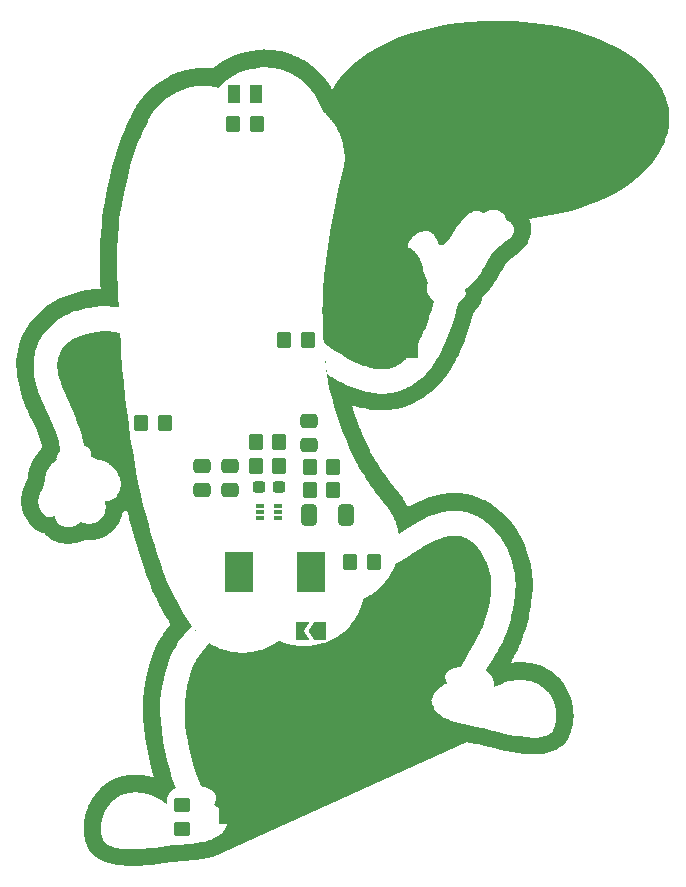
<source format=gbs>
G04 #@! TF.GenerationSoftware,KiCad,Pcbnew,8.0.3*
G04 #@! TF.CreationDate,2024-07-04T10:33:08-05:00*
G04 #@! TF.ProjectId,SAO_AMAMW,53414f5f-414d-4414-9d57-2e6b69636164,rev?*
G04 #@! TF.SameCoordinates,Original*
G04 #@! TF.FileFunction,Soldermask,Bot*
G04 #@! TF.FilePolarity,Negative*
%FSLAX46Y46*%
G04 Gerber Fmt 4.6, Leading zero omitted, Abs format (unit mm)*
G04 Created by KiCad (PCBNEW 8.0.3) date 2024-07-04 10:33:08*
%MOMM*%
%LPD*%
G01*
G04 APERTURE LIST*
G04 Aperture macros list*
%AMRoundRect*
0 Rectangle with rounded corners*
0 $1 Rounding radius*
0 $2 $3 $4 $5 $6 $7 $8 $9 X,Y pos of 4 corners*
0 Add a 4 corners polygon primitive as box body*
4,1,4,$2,$3,$4,$5,$6,$7,$8,$9,$2,$3,0*
0 Add four circle primitives for the rounded corners*
1,1,$1+$1,$2,$3*
1,1,$1+$1,$4,$5*
1,1,$1+$1,$6,$7*
1,1,$1+$1,$8,$9*
0 Add four rect primitives between the rounded corners*
20,1,$1+$1,$2,$3,$4,$5,0*
20,1,$1+$1,$4,$5,$6,$7,0*
20,1,$1+$1,$6,$7,$8,$9,0*
20,1,$1+$1,$8,$9,$2,$3,0*%
%AMFreePoly0*
4,1,6,1.000000,0.000000,0.500000,-0.750000,-0.500000,-0.750000,-0.500000,0.750000,0.500000,0.750000,1.000000,0.000000,1.000000,0.000000,$1*%
%AMFreePoly1*
4,1,6,0.500000,-0.750000,-0.650000,-0.750000,-0.150000,0.000000,-0.650000,0.750000,0.500000,0.750000,0.500000,-0.750000,0.500000,-0.750000,$1*%
G04 Aperture macros list end*
%ADD10C,0.000000*%
%ADD11O,1.727200X1.727200*%
%ADD12R,1.727200X1.727200*%
%ADD13C,1.727200*%
%ADD14RoundRect,0.250000X-0.350000X-0.450000X0.350000X-0.450000X0.350000X0.450000X-0.350000X0.450000X0*%
%ADD15R,1.000000X1.570000*%
%ADD16RoundRect,0.250000X-0.412500X-0.650000X0.412500X-0.650000X0.412500X0.650000X-0.412500X0.650000X0*%
%ADD17RoundRect,0.250000X0.350000X0.450000X-0.350000X0.450000X-0.350000X-0.450000X0.350000X-0.450000X0*%
%ADD18RoundRect,0.250000X-0.475000X0.337500X-0.475000X-0.337500X0.475000X-0.337500X0.475000X0.337500X0*%
%ADD19RoundRect,0.237500X-0.300000X-0.237500X0.300000X-0.237500X0.300000X0.237500X-0.300000X0.237500X0*%
%ADD20FreePoly0,180.000000*%
%ADD21FreePoly1,180.000000*%
%ADD22RoundRect,0.250000X0.450000X-0.350000X0.450000X0.350000X-0.450000X0.350000X-0.450000X-0.350000X0*%
%ADD23R,2.350000X3.500000*%
%ADD24RoundRect,0.250000X0.475000X-0.337500X0.475000X0.337500X-0.475000X0.337500X-0.475000X-0.337500X0*%
%ADD25R,0.700000X0.340000*%
G04 APERTURE END LIST*
D10*
G36*
X129967929Y-111271836D02*
G01*
X129968585Y-111272722D01*
X129967407Y-111271163D01*
X129967929Y-111271836D01*
G37*
G36*
X140968852Y-88863235D02*
G01*
X140935187Y-88590748D01*
X140898791Y-88273027D01*
X140968852Y-88863235D01*
G37*
G36*
X140973412Y-88900146D02*
G01*
X140972025Y-88889970D01*
X140968852Y-88863235D01*
X140973412Y-88900146D01*
G37*
G36*
X141035913Y-89358814D02*
G01*
X141016109Y-89221028D01*
X140974234Y-88906806D01*
X140973412Y-88900146D01*
X141035913Y-89358814D01*
G37*
G36*
X118462628Y-96013990D02*
G01*
X118462601Y-96014037D01*
X118462572Y-96014084D01*
X118462543Y-96014129D01*
X118462512Y-96014172D01*
X118462480Y-96014214D01*
X118462414Y-96014295D01*
X118462344Y-96014371D01*
X118462272Y-96014443D01*
X118462199Y-96014510D01*
X118462125Y-96014575D01*
X118462050Y-96014636D01*
X118461977Y-96014694D01*
X118461836Y-96014804D01*
X118461707Y-96014908D01*
X118461649Y-96014958D01*
X118461596Y-96015008D01*
X118462653Y-96013940D01*
X118462628Y-96013990D01*
G37*
G36*
X155492675Y-59587431D02*
G01*
X155492676Y-59587431D01*
X155492677Y-59587431D01*
X155492678Y-59587431D01*
X155492679Y-59587431D01*
X155492680Y-59587431D01*
X155492682Y-59587432D01*
X155492683Y-59587433D01*
X155492684Y-59587433D01*
X155492686Y-59587434D01*
X156252440Y-59597995D01*
X157000986Y-59629358D01*
X157737477Y-59681042D01*
X158461068Y-59752565D01*
X159170911Y-59843448D01*
X159866162Y-59953210D01*
X160545973Y-60081369D01*
X161209499Y-60227445D01*
X161855894Y-60390957D01*
X162484311Y-60571424D01*
X163093904Y-60768366D01*
X163683827Y-60981302D01*
X164253233Y-61209751D01*
X164801278Y-61453232D01*
X165327114Y-61711265D01*
X165829895Y-61983368D01*
X166308775Y-62269061D01*
X166762908Y-62567863D01*
X167191448Y-62879294D01*
X167593549Y-63202872D01*
X167968364Y-63538116D01*
X168315048Y-63884547D01*
X168632753Y-64241683D01*
X168920634Y-64609043D01*
X169177846Y-64986147D01*
X169403541Y-65372513D01*
X169596873Y-65767662D01*
X169756996Y-66171112D01*
X169883065Y-66582382D01*
X169974233Y-67000992D01*
X170029653Y-67426461D01*
X170048480Y-67858308D01*
X170044281Y-68062119D01*
X170031717Y-68265669D01*
X170010837Y-68468824D01*
X169981693Y-68671448D01*
X169944334Y-68873405D01*
X169898810Y-69074560D01*
X169845171Y-69274776D01*
X169783466Y-69473919D01*
X169713747Y-69671853D01*
X169636062Y-69868442D01*
X169550463Y-70063551D01*
X169456998Y-70257043D01*
X169355718Y-70448784D01*
X169246673Y-70638637D01*
X169129913Y-70826468D01*
X169005488Y-71012140D01*
X168666508Y-71523211D01*
X168270915Y-72015261D01*
X167821151Y-72487309D01*
X167319658Y-72938375D01*
X166768875Y-73367475D01*
X166171246Y-73773630D01*
X165529211Y-74155857D01*
X164845211Y-74513176D01*
X164121688Y-74844604D01*
X163361083Y-75149162D01*
X162565838Y-75425867D01*
X161738394Y-75673738D01*
X160881192Y-75891793D01*
X159996673Y-76079052D01*
X159087279Y-76234534D01*
X158155452Y-76357255D01*
X158216438Y-76510506D01*
X158265585Y-76666875D01*
X158302951Y-76825664D01*
X158328590Y-76986172D01*
X158342558Y-77147699D01*
X158344911Y-77309544D01*
X158335706Y-77471007D01*
X158314997Y-77631387D01*
X158282840Y-77789985D01*
X158239292Y-77946099D01*
X158184409Y-78099030D01*
X158118245Y-78248078D01*
X158040857Y-78392541D01*
X157952301Y-78531719D01*
X157852633Y-78664913D01*
X157741908Y-78791421D01*
X157684703Y-78850591D01*
X157627239Y-78908091D01*
X157511838Y-79018347D01*
X157396313Y-79122717D01*
X157281271Y-79221733D01*
X157167320Y-79315924D01*
X157055068Y-79405821D01*
X156838092Y-79574853D01*
X156700977Y-79681333D01*
X156577029Y-79779788D01*
X156519931Y-79826506D01*
X156466048Y-79871818D01*
X156415357Y-79915924D01*
X156367832Y-79959024D01*
X156323448Y-80001318D01*
X156282179Y-80043006D01*
X156244001Y-80084287D01*
X156208887Y-80125363D01*
X156176814Y-80166432D01*
X156147756Y-80207696D01*
X156121687Y-80249353D01*
X156098582Y-80291605D01*
X155926837Y-80620678D01*
X155740020Y-80959607D01*
X155536949Y-81303640D01*
X155428950Y-81476086D01*
X155316444Y-81648024D01*
X155199284Y-81818862D01*
X155077323Y-81988005D01*
X154950412Y-82154859D01*
X154818403Y-82318830D01*
X154681150Y-82479324D01*
X154538505Y-82635746D01*
X154390319Y-82787503D01*
X154236445Y-82934000D01*
X154229411Y-82975409D01*
X154221585Y-83016682D01*
X154212947Y-83057807D01*
X154203474Y-83098770D01*
X154193145Y-83139559D01*
X154181940Y-83180162D01*
X154169835Y-83220566D01*
X154156810Y-83260759D01*
X154137816Y-83314658D01*
X154116462Y-83370182D01*
X154092607Y-83427171D01*
X154066110Y-83485462D01*
X154036829Y-83544896D01*
X154004626Y-83605311D01*
X153969358Y-83666547D01*
X153930886Y-83728444D01*
X153889068Y-83790839D01*
X153843765Y-83853573D01*
X153794834Y-83916484D01*
X153742136Y-83979412D01*
X153685530Y-84042196D01*
X153624875Y-84104675D01*
X153560030Y-84166688D01*
X153490855Y-84228075D01*
X153373273Y-84664800D01*
X153250786Y-85089902D01*
X153123202Y-85503910D01*
X152990329Y-85907354D01*
X152851973Y-86300764D01*
X152707944Y-86684671D01*
X152558049Y-87059605D01*
X152402095Y-87426096D01*
X152299085Y-87655933D01*
X152194313Y-87878556D01*
X152087582Y-88094313D01*
X151978693Y-88303555D01*
X151867447Y-88506633D01*
X151753647Y-88703897D01*
X151637094Y-88895697D01*
X151517588Y-89082384D01*
X151353542Y-89325903D01*
X151188415Y-89558225D01*
X151021899Y-89779714D01*
X150853684Y-89990732D01*
X150768843Y-90092428D01*
X150683460Y-90191642D01*
X150597498Y-90288420D01*
X150510917Y-90382807D01*
X150423679Y-90474848D01*
X150335745Y-90564589D01*
X150247076Y-90652075D01*
X150157634Y-90737352D01*
X150050050Y-90836371D01*
X149939104Y-90934534D01*
X149824910Y-91031754D01*
X149707578Y-91127945D01*
X149587219Y-91223020D01*
X149463946Y-91316893D01*
X149337869Y-91409475D01*
X149209102Y-91500680D01*
X149125410Y-91557817D01*
X149041732Y-91612493D01*
X148958235Y-91664775D01*
X148875088Y-91714733D01*
X148710515Y-91807951D01*
X148549359Y-91892694D01*
X148392966Y-91969512D01*
X148242682Y-92038955D01*
X148099853Y-92101570D01*
X147965823Y-92157907D01*
X147821687Y-92214801D01*
X147676296Y-92267197D01*
X147529758Y-92315060D01*
X147382182Y-92358357D01*
X147233676Y-92397053D01*
X147084348Y-92431114D01*
X146934308Y-92460505D01*
X146783664Y-92485193D01*
X146631050Y-92506745D01*
X146469031Y-92527234D01*
X146298714Y-92545595D01*
X146121211Y-92560767D01*
X145937631Y-92571684D01*
X145749084Y-92577284D01*
X145556680Y-92576503D01*
X145361529Y-92568277D01*
X145082890Y-92545893D01*
X144805110Y-92514090D01*
X144528380Y-92472899D01*
X144252888Y-92422351D01*
X143978822Y-92362477D01*
X143706371Y-92293308D01*
X143435725Y-92214874D01*
X143167071Y-92127206D01*
X143265089Y-92438952D01*
X143366431Y-92748796D01*
X143471048Y-93056575D01*
X143578890Y-93362124D01*
X143689907Y-93665279D01*
X143804050Y-93965875D01*
X143921269Y-94263747D01*
X144041514Y-94558732D01*
X144190856Y-94911404D01*
X144343670Y-95258621D01*
X144499461Y-95599191D01*
X144657733Y-95931924D01*
X144735630Y-96075234D01*
X144812610Y-96214599D01*
X144888748Y-96350540D01*
X144964122Y-96483575D01*
X145064216Y-96657109D01*
X145162577Y-96824239D01*
X145259333Y-96985187D01*
X145354609Y-97140173D01*
X145448534Y-97289416D01*
X145541234Y-97433137D01*
X145632836Y-97571558D01*
X145723468Y-97704896D01*
X145869416Y-97913832D01*
X146026649Y-98132960D01*
X146198121Y-98366326D01*
X146386783Y-98617975D01*
X146570951Y-98859314D01*
X146762389Y-99106261D01*
X146962410Y-99360551D01*
X147172328Y-99623918D01*
X147453845Y-99981638D01*
X147493152Y-100040026D01*
X147532204Y-100099490D01*
X147571169Y-100160312D01*
X147610214Y-100222775D01*
X147649507Y-100287160D01*
X147689215Y-100353749D01*
X147729507Y-100422824D01*
X147770549Y-100494668D01*
X147811854Y-100568977D01*
X147852341Y-100643857D01*
X147891884Y-100719284D01*
X147930362Y-100795236D01*
X148089522Y-100706784D01*
X148248809Y-100620679D01*
X148408375Y-100537012D01*
X148568372Y-100455871D01*
X148728952Y-100377348D01*
X148890266Y-100301532D01*
X149052468Y-100228512D01*
X149215709Y-100158380D01*
X149389461Y-100087454D01*
X149561717Y-100021214D01*
X149732547Y-99959644D01*
X149902023Y-99902729D01*
X150070218Y-99850455D01*
X150237202Y-99802805D01*
X150403047Y-99759766D01*
X150567825Y-99721321D01*
X150731608Y-99687455D01*
X150894468Y-99658155D01*
X151056476Y-99633403D01*
X151217704Y-99613186D01*
X151378224Y-99597487D01*
X151538107Y-99586293D01*
X151697425Y-99579588D01*
X151856250Y-99577356D01*
X152022119Y-99579863D01*
X152187518Y-99587381D01*
X152352409Y-99599902D01*
X152516758Y-99617420D01*
X152680526Y-99639929D01*
X152843678Y-99667421D01*
X153006177Y-99699891D01*
X153167988Y-99737331D01*
X153329072Y-99779735D01*
X153489395Y-99827097D01*
X153648920Y-99879410D01*
X153807609Y-99936667D01*
X153965428Y-99998861D01*
X154122338Y-100065987D01*
X154278305Y-100138037D01*
X154433291Y-100215005D01*
X154724185Y-100374092D01*
X155006984Y-100548175D01*
X155281351Y-100736859D01*
X155546951Y-100939750D01*
X155803446Y-101156453D01*
X156050499Y-101386572D01*
X156287774Y-101629713D01*
X156514933Y-101885480D01*
X156731641Y-102153480D01*
X156937560Y-102433317D01*
X157132353Y-102724596D01*
X157315683Y-103026922D01*
X157487215Y-103339900D01*
X157646610Y-103663136D01*
X157793533Y-103996234D01*
X157927646Y-104338800D01*
X158014745Y-104586585D01*
X158094459Y-104836379D01*
X158166759Y-105087959D01*
X158231621Y-105341100D01*
X158289018Y-105595579D01*
X158338925Y-105851173D01*
X158381316Y-106107657D01*
X158416163Y-106364809D01*
X158443443Y-106622404D01*
X158463127Y-106880218D01*
X158475192Y-107138029D01*
X158479610Y-107395613D01*
X158476355Y-107652745D01*
X158465403Y-107909203D01*
X158446726Y-108164762D01*
X158420298Y-108419199D01*
X158372921Y-108781604D01*
X158319564Y-109136278D01*
X158260187Y-109483362D01*
X158194750Y-109822993D01*
X158123214Y-110155312D01*
X158045540Y-110480456D01*
X157961689Y-110798566D01*
X157871619Y-111109781D01*
X157775293Y-111414239D01*
X157672669Y-111712080D01*
X157563710Y-112003443D01*
X157448375Y-112288467D01*
X157326625Y-112567292D01*
X157198420Y-112840056D01*
X157063721Y-113106899D01*
X156922488Y-113367960D01*
X156868394Y-113462003D01*
X156812758Y-113555722D01*
X156756030Y-113649290D01*
X156698657Y-113742883D01*
X156684634Y-113765634D01*
X156619778Y-113870644D01*
X156553927Y-113976244D01*
X156664609Y-113959367D01*
X156775554Y-113944671D01*
X156886703Y-113932176D01*
X156997999Y-113921904D01*
X157109382Y-113913877D01*
X157220792Y-113908116D01*
X157332172Y-113904644D01*
X157443461Y-113903482D01*
X157634101Y-113906916D01*
X157822641Y-113917189D01*
X158008932Y-113934254D01*
X158192829Y-113958069D01*
X158374182Y-113988586D01*
X158552846Y-114025763D01*
X158728673Y-114069552D01*
X158901516Y-114119911D01*
X159071227Y-114176793D01*
X159237659Y-114240154D01*
X159400664Y-114309948D01*
X159560096Y-114386132D01*
X159715808Y-114468659D01*
X159867651Y-114557485D01*
X160015479Y-114652565D01*
X160159144Y-114753854D01*
X160316453Y-114875382D01*
X160466912Y-115003428D01*
X160610455Y-115137691D01*
X160747012Y-115277874D01*
X160876514Y-115423677D01*
X160998893Y-115574800D01*
X161222003Y-115891811D01*
X161415793Y-116226515D01*
X161579712Y-116576516D01*
X161713208Y-116939423D01*
X161815732Y-117312840D01*
X161886732Y-117694375D01*
X161925657Y-118081633D01*
X161931958Y-118472222D01*
X161905082Y-118863746D01*
X161844480Y-119253814D01*
X161749600Y-119640030D01*
X161689135Y-119830946D01*
X161619893Y-120020002D01*
X161541806Y-120206899D01*
X161454806Y-120391336D01*
X161424413Y-120449040D01*
X161392099Y-120505152D01*
X161357911Y-120559638D01*
X161321895Y-120612461D01*
X161284095Y-120663587D01*
X161244559Y-120712981D01*
X161203332Y-120760606D01*
X161160458Y-120806428D01*
X161115985Y-120850412D01*
X161069958Y-120892522D01*
X161022423Y-120932722D01*
X160973425Y-120970978D01*
X160923010Y-121007255D01*
X160871224Y-121041516D01*
X160818112Y-121073727D01*
X160763720Y-121103853D01*
X160654354Y-121176558D01*
X160542225Y-121244466D01*
X160427289Y-121307591D01*
X160309497Y-121365948D01*
X160188806Y-121419552D01*
X160065167Y-121468417D01*
X159938536Y-121512559D01*
X159808866Y-121551991D01*
X159676111Y-121586729D01*
X159540225Y-121616788D01*
X159401162Y-121642181D01*
X159258876Y-121662925D01*
X159113319Y-121679033D01*
X158964448Y-121690521D01*
X158812214Y-121697403D01*
X158656573Y-121699693D01*
X158656306Y-121699693D01*
X158543735Y-121698630D01*
X158431961Y-121695604D01*
X158321161Y-121690860D01*
X158211511Y-121684644D01*
X157996367Y-121668775D01*
X157787944Y-121649957D01*
X157270067Y-121590645D01*
X156752897Y-121513461D01*
X156240043Y-121421891D01*
X155735113Y-121319419D01*
X155241717Y-121209532D01*
X154763464Y-121095712D01*
X153866824Y-120870218D01*
X153788404Y-120850930D01*
X153704893Y-120831542D01*
X153524654Y-120792369D01*
X153330227Y-120752501D01*
X153125728Y-120711740D01*
X152952685Y-120677080D01*
X134213839Y-129140832D01*
X134213839Y-113092798D01*
X134402203Y-113078441D01*
X134589724Y-113057340D01*
X134776193Y-113029560D01*
X134961400Y-112995166D01*
X135145137Y-112954224D01*
X135327192Y-112906799D01*
X135507357Y-112852955D01*
X135685421Y-112792758D01*
X135861176Y-112726274D01*
X136034411Y-112653566D01*
X136204916Y-112574701D01*
X136372483Y-112489743D01*
X136536901Y-112398757D01*
X136697960Y-112301810D01*
X136855452Y-112198965D01*
X137009166Y-112090288D01*
X137142555Y-112147972D01*
X137277615Y-112202116D01*
X137414356Y-112252650D01*
X137552786Y-112299508D01*
X137692915Y-112342620D01*
X137834753Y-112381918D01*
X137978308Y-112417334D01*
X138123591Y-112448801D01*
X138245980Y-112471102D01*
X138368990Y-112490389D01*
X138492497Y-112506675D01*
X138616376Y-112519972D01*
X138740503Y-112530293D01*
X138864754Y-112537649D01*
X138989005Y-112542054D01*
X139113131Y-112543520D01*
X139310965Y-112539694D01*
X139508399Y-112528281D01*
X139705159Y-112509376D01*
X139900969Y-112483074D01*
X140095554Y-112449473D01*
X140288640Y-112408667D01*
X140479950Y-112360752D01*
X140669210Y-112305824D01*
X140856145Y-112243978D01*
X141040479Y-112175311D01*
X141221938Y-112099918D01*
X141400246Y-112017895D01*
X141575127Y-111929337D01*
X141746308Y-111834340D01*
X141913512Y-111733000D01*
X142076464Y-111625413D01*
X142271571Y-111483060D01*
X142459356Y-111331895D01*
X142639575Y-111172316D01*
X142811980Y-111004720D01*
X142976327Y-110829505D01*
X143132371Y-110647067D01*
X143279864Y-110457805D01*
X143418562Y-110262114D01*
X143548218Y-110060393D01*
X143668588Y-109853038D01*
X143779425Y-109640448D01*
X143880483Y-109423018D01*
X143971517Y-109201147D01*
X144052281Y-108975232D01*
X144122530Y-108745669D01*
X144182017Y-108512857D01*
X144279806Y-108466086D01*
X144376648Y-108417448D01*
X144472442Y-108366938D01*
X144567085Y-108314548D01*
X144660476Y-108260274D01*
X144752511Y-108204109D01*
X144843090Y-108146048D01*
X144932109Y-108086084D01*
X145094579Y-107968781D01*
X145252000Y-107845321D01*
X145404240Y-107715924D01*
X145551167Y-107580806D01*
X145692650Y-107440186D01*
X145828556Y-107294282D01*
X145958754Y-107143313D01*
X146083113Y-106987497D01*
X146201499Y-106827051D01*
X146313782Y-106662195D01*
X146419829Y-106493146D01*
X146519510Y-106320122D01*
X146612691Y-106143342D01*
X146699242Y-105963023D01*
X146779030Y-105779385D01*
X146851924Y-105592645D01*
X146850693Y-105596117D01*
X146849554Y-105599583D01*
X146847429Y-105606472D01*
X146846382Y-105609881D01*
X146845303Y-105613260D01*
X146844162Y-105616600D01*
X146842929Y-105619897D01*
X147005123Y-105525343D01*
X147166522Y-105430192D01*
X147722245Y-105082088D01*
X148317698Y-104691431D01*
X148945211Y-104289784D01*
X149268593Y-104094703D01*
X149597113Y-103908712D01*
X149929813Y-103735756D01*
X150265734Y-103579779D01*
X150603917Y-103444729D01*
X150943403Y-103334550D01*
X151113335Y-103290021D01*
X151283233Y-103253189D01*
X151452977Y-103224547D01*
X151622448Y-103204589D01*
X151791525Y-103193808D01*
X151960090Y-103192698D01*
X152128021Y-103201751D01*
X152295199Y-103221460D01*
X152392360Y-103238696D01*
X152487313Y-103260620D01*
X152580093Y-103287056D01*
X152670732Y-103317827D01*
X152759266Y-103352757D01*
X152845728Y-103391669D01*
X152930152Y-103434386D01*
X153012572Y-103480733D01*
X153093022Y-103530532D01*
X153171535Y-103583607D01*
X153322891Y-103698879D01*
X153466909Y-103825136D01*
X153603863Y-103960966D01*
X153734023Y-104104956D01*
X153857661Y-104255696D01*
X153975049Y-104411771D01*
X154086459Y-104571770D01*
X154192162Y-104734280D01*
X154292430Y-104897890D01*
X154477748Y-105222757D01*
X154614414Y-105499773D01*
X154726707Y-105785529D01*
X154816043Y-106078864D01*
X154883841Y-106378615D01*
X154931517Y-106683619D01*
X154960490Y-106992715D01*
X154972175Y-107304741D01*
X154967992Y-107618533D01*
X154949356Y-107932929D01*
X154917686Y-108246768D01*
X154874399Y-108558886D01*
X154820912Y-108868122D01*
X154758642Y-109173314D01*
X154689008Y-109473298D01*
X154533313Y-110052995D01*
X154443286Y-110338225D01*
X154341589Y-110618097D01*
X154229573Y-110893134D01*
X154108590Y-111163857D01*
X153979992Y-111430789D01*
X153845131Y-111694449D01*
X153562026Y-112214046D01*
X152980140Y-113236949D01*
X152702988Y-113748602D01*
X152572592Y-114006305D01*
X152449450Y-114265955D01*
X152453418Y-114265688D01*
X152330940Y-114282890D01*
X152209891Y-114304427D01*
X152150055Y-114316865D01*
X152090759Y-114330441D01*
X152032063Y-114345171D01*
X151974028Y-114361074D01*
X151916717Y-114378167D01*
X151860188Y-114396469D01*
X151804503Y-114415997D01*
X151749724Y-114436769D01*
X151695910Y-114458804D01*
X151643124Y-114482117D01*
X151591424Y-114506729D01*
X151540873Y-114532655D01*
X151480232Y-114566244D01*
X151424423Y-114599967D01*
X151373303Y-114633866D01*
X151326732Y-114667981D01*
X151284566Y-114702353D01*
X151246665Y-114737024D01*
X151212886Y-114772034D01*
X151197498Y-114789679D01*
X151183087Y-114807425D01*
X151169636Y-114825276D01*
X151157127Y-114843238D01*
X151145542Y-114861315D01*
X151134864Y-114879513D01*
X151125074Y-114897838D01*
X151116156Y-114916293D01*
X151108090Y-114934884D01*
X151100860Y-114953617D01*
X151094448Y-114972497D01*
X151088836Y-114991528D01*
X151079941Y-115030065D01*
X151074033Y-115069271D01*
X151070971Y-115109186D01*
X151070480Y-115140616D01*
X151071541Y-115172511D01*
X151074091Y-115204890D01*
X151078064Y-115237771D01*
X151083396Y-115271173D01*
X151090020Y-115305115D01*
X151097873Y-115339615D01*
X151106888Y-115374692D01*
X151117000Y-115410363D01*
X151128146Y-115446649D01*
X151153273Y-115521138D01*
X151181750Y-115598305D01*
X151213054Y-115678300D01*
X151108316Y-115728528D01*
X151003939Y-115783683D01*
X150900652Y-115843493D01*
X150799182Y-115907690D01*
X150700255Y-115976002D01*
X150604600Y-116048161D01*
X150512944Y-116123895D01*
X150426015Y-116202935D01*
X150344539Y-116285010D01*
X150269245Y-116369851D01*
X150200860Y-116457186D01*
X150140112Y-116546747D01*
X150112829Y-116592277D01*
X150087728Y-116638263D01*
X150064899Y-116684669D01*
X150044434Y-116731463D01*
X150026424Y-116778611D01*
X150010960Y-116826079D01*
X149998132Y-116873832D01*
X149988032Y-116921838D01*
X149981031Y-116925719D01*
X149974227Y-116929920D01*
X149967638Y-116934444D01*
X149961280Y-116939296D01*
X149955173Y-116944480D01*
X149949332Y-116949999D01*
X149943776Y-116955858D01*
X149938521Y-116962060D01*
X149933586Y-116968608D01*
X149928988Y-116975508D01*
X149924744Y-116982763D01*
X149920872Y-116990377D01*
X149917389Y-116998354D01*
X149914312Y-117006697D01*
X149911660Y-117015411D01*
X149909449Y-117024499D01*
X149909083Y-117026309D01*
X149908773Y-117028164D01*
X149908515Y-117030060D01*
X149908302Y-117031993D01*
X149907991Y-117035952D01*
X149907798Y-117040008D01*
X149907591Y-117048272D01*
X149907491Y-117052413D01*
X149907336Y-117056512D01*
X149907095Y-117059158D01*
X149906792Y-117061758D01*
X149906148Y-117066930D01*
X149905881Y-117069558D01*
X149905701Y-117072252D01*
X149905655Y-117073631D01*
X149905645Y-117075037D01*
X149905674Y-117076474D01*
X149905749Y-117077943D01*
X149905749Y-117078744D01*
X149927139Y-117252514D01*
X149963094Y-117416425D01*
X150012892Y-117570832D01*
X150075808Y-117716090D01*
X150151119Y-117852555D01*
X150238102Y-117980581D01*
X150336033Y-118100523D01*
X150444189Y-118212735D01*
X150561846Y-118317573D01*
X150688281Y-118415392D01*
X150822771Y-118506546D01*
X150964591Y-118591390D01*
X151267331Y-118743569D01*
X151590714Y-118874767D01*
X151928952Y-118987823D01*
X152276257Y-119085578D01*
X152626842Y-119170868D01*
X152974919Y-119246534D01*
X153640400Y-119380347D01*
X154226397Y-119509729D01*
X155135188Y-119737788D01*
X155597742Y-119847557D01*
X156063499Y-119951061D01*
X156530782Y-120045734D01*
X156997912Y-120129008D01*
X157463213Y-120198317D01*
X157925006Y-120251092D01*
X158207023Y-120275376D01*
X158347747Y-120284700D01*
X158487934Y-120291178D01*
X158627327Y-120294084D01*
X158765664Y-120292692D01*
X158902688Y-120286277D01*
X159038139Y-120274114D01*
X159171758Y-120255477D01*
X159303284Y-120229640D01*
X159432460Y-120195878D01*
X159559026Y-120153464D01*
X159682722Y-120101675D01*
X159803289Y-120039783D01*
X159862318Y-120004822D01*
X159920468Y-119967064D01*
X159977706Y-119926417D01*
X160033999Y-119882791D01*
X160042822Y-119881083D01*
X160051520Y-119878921D01*
X160060081Y-119876287D01*
X160068491Y-119873160D01*
X160076739Y-119869522D01*
X160084812Y-119865352D01*
X160092695Y-119860632D01*
X160100378Y-119855342D01*
X160107847Y-119849463D01*
X160115089Y-119842976D01*
X160122091Y-119835860D01*
X160128841Y-119828098D01*
X160135326Y-119819668D01*
X160141534Y-119810552D01*
X160147450Y-119800731D01*
X160153064Y-119790185D01*
X160223228Y-119639624D01*
X160284898Y-119485873D01*
X160338083Y-119329356D01*
X160382791Y-119170492D01*
X160419029Y-119009702D01*
X160446806Y-118847408D01*
X160466130Y-118684030D01*
X160477010Y-118519990D01*
X160479452Y-118355707D01*
X160473467Y-118191604D01*
X160459061Y-118028100D01*
X160436243Y-117865618D01*
X160405021Y-117704577D01*
X160365403Y-117545399D01*
X160317397Y-117388505D01*
X160261012Y-117234315D01*
X160223192Y-117143266D01*
X160182360Y-117053436D01*
X160138519Y-116964916D01*
X160091671Y-116877797D01*
X160041819Y-116792169D01*
X159988964Y-116708123D01*
X159933110Y-116625750D01*
X159874258Y-116545140D01*
X159812411Y-116466384D01*
X159747570Y-116389574D01*
X159679740Y-116314799D01*
X159608921Y-116242150D01*
X159535116Y-116171719D01*
X159458328Y-116103595D01*
X159378558Y-116037870D01*
X159295810Y-115974634D01*
X159184712Y-115897052D01*
X159070332Y-115825486D01*
X158952879Y-115759861D01*
X158832557Y-115700103D01*
X158709575Y-115646136D01*
X158584139Y-115597885D01*
X158326733Y-115518232D01*
X158061994Y-115460546D01*
X157791577Y-115424226D01*
X157517137Y-115408673D01*
X157240329Y-115413288D01*
X156962807Y-115437470D01*
X156686228Y-115480620D01*
X156412245Y-115542139D01*
X156142515Y-115621428D01*
X155878691Y-115717885D01*
X155622428Y-115830913D01*
X155375383Y-115959911D01*
X155139209Y-116104280D01*
X155149170Y-116064985D01*
X155158183Y-116025460D01*
X155166191Y-115985675D01*
X155173139Y-115945598D01*
X155178971Y-115905199D01*
X155183631Y-115864445D01*
X155187063Y-115823308D01*
X155189212Y-115781755D01*
X155189933Y-115739654D01*
X155189267Y-115697067D01*
X155187144Y-115653952D01*
X155183492Y-115610271D01*
X155178239Y-115565982D01*
X155171316Y-115521046D01*
X155162650Y-115475423D01*
X155152171Y-115429071D01*
X155132215Y-115355277D01*
X155108661Y-115285123D01*
X155081653Y-115218485D01*
X155051340Y-115155240D01*
X155017868Y-115095262D01*
X154981382Y-115038429D01*
X154942030Y-114984616D01*
X154899958Y-114933698D01*
X154855312Y-114885553D01*
X154808239Y-114840055D01*
X154758885Y-114797082D01*
X154707397Y-114756508D01*
X154653922Y-114718210D01*
X154598606Y-114682064D01*
X154541594Y-114647946D01*
X154483035Y-114615732D01*
X154624190Y-114366196D01*
X154772191Y-114119668D01*
X154924310Y-113876202D01*
X155077818Y-113635854D01*
X155378087Y-113164738D01*
X155519392Y-112934081D01*
X155651172Y-112706766D01*
X155788721Y-112451228D01*
X155917774Y-112191708D01*
X156038584Y-111928482D01*
X156151403Y-111661829D01*
X156256484Y-111392025D01*
X156354081Y-111119349D01*
X156444447Y-110844077D01*
X156527835Y-110566488D01*
X156604497Y-110286858D01*
X156674687Y-110005466D01*
X156796664Y-109438503D01*
X156895788Y-108867818D01*
X156974086Y-108295633D01*
X156998489Y-108055558D01*
X157014429Y-107813390D01*
X157021947Y-107569527D01*
X157021086Y-107324370D01*
X156994397Y-106831775D01*
X156934701Y-106338805D01*
X156842340Y-105848661D01*
X156717652Y-105364544D01*
X156643292Y-105125746D01*
X156560978Y-104889656D01*
X156470753Y-104656672D01*
X156372658Y-104427196D01*
X156266736Y-104201627D01*
X156153030Y-103980366D01*
X156031583Y-103763813D01*
X155902436Y-103552368D01*
X155765633Y-103346430D01*
X155621215Y-103146401D01*
X155469226Y-102952680D01*
X155309707Y-102765667D01*
X155142702Y-102585762D01*
X154968252Y-102413366D01*
X154786401Y-102248879D01*
X154597190Y-102092700D01*
X154400663Y-101945231D01*
X154196861Y-101806870D01*
X153985827Y-101678018D01*
X153767604Y-101559076D01*
X153545790Y-101452256D01*
X153325315Y-101359938D01*
X153106136Y-101281662D01*
X152888209Y-101216966D01*
X152671490Y-101165390D01*
X152455936Y-101126472D01*
X152241504Y-101099752D01*
X152028149Y-101084769D01*
X151815828Y-101081061D01*
X151604498Y-101088168D01*
X151394114Y-101105628D01*
X151184634Y-101132981D01*
X150976014Y-101169766D01*
X150768209Y-101215522D01*
X150354874Y-101332102D01*
X149944279Y-101479034D01*
X149536077Y-101652630D01*
X149129918Y-101849202D01*
X148725453Y-102065062D01*
X148322334Y-102296523D01*
X147920212Y-102539896D01*
X147117564Y-103047632D01*
X147117567Y-103047781D01*
X147117576Y-103047929D01*
X147117589Y-103048076D01*
X147117606Y-103048223D01*
X147117649Y-103048510D01*
X147117698Y-103048789D01*
X147117747Y-103049054D01*
X147117789Y-103049304D01*
X147117806Y-103049423D01*
X147117820Y-103049536D01*
X147117828Y-103049643D01*
X147117831Y-103049745D01*
X147093978Y-102902336D01*
X147066076Y-102756190D01*
X147034126Y-102611322D01*
X146998127Y-102467751D01*
X146958081Y-102325490D01*
X146913987Y-102184558D01*
X146865846Y-102044969D01*
X146813659Y-101906742D01*
X146757425Y-101769890D01*
X146697145Y-101634432D01*
X146632821Y-101500383D01*
X146564451Y-101367760D01*
X146492036Y-101236578D01*
X146415577Y-101106854D01*
X146335075Y-100978605D01*
X146250529Y-100851846D01*
X145816116Y-100309912D01*
X145377762Y-99748903D01*
X145159749Y-99461981D01*
X144943923Y-99171174D01*
X144731341Y-98876776D01*
X144523059Y-98579080D01*
X144381046Y-98369080D01*
X144239343Y-98151960D01*
X144097318Y-97926729D01*
X143954338Y-97692395D01*
X143809770Y-97447965D01*
X143662983Y-97192448D01*
X143513342Y-96924851D01*
X143360217Y-96644182D01*
X143029433Y-95937978D01*
X142717483Y-95219820D01*
X142424596Y-94490431D01*
X142151002Y-93750534D01*
X141896929Y-93000851D01*
X141662606Y-92242106D01*
X141448264Y-91475021D01*
X141254130Y-90700319D01*
X141149049Y-90104211D01*
X141055229Y-89500563D01*
X141035913Y-89358814D01*
X141060984Y-89533243D01*
X141277515Y-89668574D01*
X141386288Y-89735495D01*
X141441073Y-89768379D01*
X141496226Y-89800729D01*
X141731211Y-89934072D01*
X141968636Y-90062755D01*
X142208486Y-90186657D01*
X142450745Y-90305657D01*
X142695397Y-90419634D01*
X142942427Y-90528467D01*
X143191820Y-90632036D01*
X143443560Y-90730218D01*
X143686706Y-90816940D01*
X143932592Y-90894663D01*
X144180983Y-90963271D01*
X144431643Y-91022645D01*
X144684338Y-91072669D01*
X144938832Y-91113223D01*
X145194889Y-91144190D01*
X145452273Y-91165453D01*
X145593354Y-91171511D01*
X145733736Y-91172199D01*
X145873592Y-91168075D01*
X146013091Y-91159698D01*
X146152404Y-91147625D01*
X146291702Y-91132414D01*
X146431155Y-91114624D01*
X146570933Y-91094812D01*
X146678562Y-91077222D01*
X146785505Y-91056239D01*
X146891697Y-91031921D01*
X146997075Y-91004323D01*
X147101572Y-90973499D01*
X147205123Y-90939507D01*
X147307664Y-90902401D01*
X147409129Y-90862237D01*
X147536632Y-90808519D01*
X147662187Y-90753157D01*
X147785833Y-90695600D01*
X147907606Y-90635295D01*
X148027543Y-90571691D01*
X148145682Y-90504236D01*
X148262059Y-90432376D01*
X148319599Y-90394623D01*
X148376712Y-90355562D01*
X148479321Y-90282957D01*
X148580888Y-90208603D01*
X148681289Y-90132488D01*
X148780400Y-90054599D01*
X148878097Y-89974925D01*
X148974256Y-89893451D01*
X149068753Y-89810168D01*
X149161464Y-89725061D01*
X149242591Y-89647464D01*
X149322279Y-89568222D01*
X149400551Y-89487417D01*
X149477430Y-89405134D01*
X149627105Y-89236472D01*
X149771494Y-89062908D01*
X149910785Y-88885114D01*
X150045169Y-88703764D01*
X150174833Y-88519530D01*
X150299968Y-88333086D01*
X150409933Y-88160716D01*
X150515527Y-87985658D01*
X150616942Y-87808126D01*
X150714370Y-87628335D01*
X150808002Y-87446497D01*
X150898032Y-87262827D01*
X150984650Y-87077540D01*
X151068049Y-86890848D01*
X151248153Y-86464027D01*
X151416270Y-86033406D01*
X151573112Y-85599176D01*
X151719393Y-85161530D01*
X151855825Y-84720659D01*
X151983124Y-84276755D01*
X152102000Y-83830010D01*
X152213168Y-83380617D01*
X152213268Y-83380133D01*
X152213368Y-83379671D01*
X152213569Y-83378799D01*
X152213769Y-83377975D01*
X152213969Y-83377176D01*
X152295175Y-83336507D01*
X152372756Y-83292483D01*
X152446052Y-83245096D01*
X152514403Y-83194338D01*
X152577148Y-83140201D01*
X152606212Y-83111864D01*
X152633627Y-83082680D01*
X152659310Y-83052647D01*
X152683178Y-83021765D01*
X152705151Y-82990033D01*
X152725143Y-82957450D01*
X152743074Y-82924016D01*
X152758861Y-82889728D01*
X152772420Y-82854587D01*
X152783670Y-82818590D01*
X152792528Y-82781739D01*
X152798911Y-82744031D01*
X152802737Y-82705465D01*
X152803923Y-82666041D01*
X152802387Y-82625757D01*
X152798046Y-82584614D01*
X152790818Y-82542609D01*
X152780620Y-82499742D01*
X152767369Y-82456012D01*
X152750983Y-82411418D01*
X152731380Y-82365959D01*
X152708476Y-82319635D01*
X152708209Y-82319635D01*
X152708233Y-82319611D01*
X152708256Y-82319589D01*
X152708297Y-82319549D01*
X152708363Y-82319485D01*
X152708443Y-82319408D01*
X152708446Y-82319405D01*
X152708448Y-82319402D01*
X152708454Y-82319397D01*
X152708462Y-82319389D01*
X152708472Y-82319380D01*
X152708474Y-82319377D01*
X152708475Y-82319376D01*
X152708476Y-82319376D01*
X152708500Y-82319399D01*
X152708523Y-82319421D01*
X152708564Y-82319461D01*
X152708630Y-82319526D01*
X152708710Y-82319603D01*
X152708713Y-82319605D01*
X152708715Y-82319608D01*
X152708721Y-82319613D01*
X152708729Y-82319621D01*
X152708739Y-82319631D01*
X152708740Y-82319632D01*
X152708742Y-82319634D01*
X152708743Y-82319634D01*
X152708743Y-82319635D01*
X152885085Y-82205132D01*
X153054989Y-82077801D01*
X153218529Y-81938950D01*
X153375779Y-81789891D01*
X153526813Y-81631933D01*
X153671703Y-81466386D01*
X153810524Y-81294561D01*
X153943350Y-81117767D01*
X154070253Y-80937314D01*
X154191308Y-80754512D01*
X154306588Y-80570672D01*
X154416168Y-80387103D01*
X154618517Y-80026020D01*
X154798945Y-79681741D01*
X154840063Y-79604497D01*
X154883514Y-79529932D01*
X154929181Y-79457905D01*
X154976943Y-79388275D01*
X155078282Y-79255645D01*
X155186579Y-79130916D01*
X155300886Y-79012959D01*
X155420251Y-78900649D01*
X155543724Y-78792859D01*
X155670355Y-78688462D01*
X156189451Y-78282273D01*
X156317616Y-78177942D01*
X156443238Y-78070244D01*
X156565365Y-77958053D01*
X156683047Y-77840242D01*
X156704076Y-77816980D01*
X156724000Y-77792868D01*
X156760519Y-77742284D01*
X156792573Y-77688880D01*
X156820129Y-77633041D01*
X156843157Y-77575156D01*
X156861625Y-77515612D01*
X156875502Y-77454796D01*
X156884756Y-77393097D01*
X156889356Y-77330902D01*
X156889272Y-77268599D01*
X156884470Y-77206574D01*
X156874921Y-77145216D01*
X156860592Y-77084912D01*
X156841452Y-77026050D01*
X156817470Y-76969017D01*
X156788615Y-76914201D01*
X156759958Y-76866552D01*
X156730656Y-76821893D01*
X156700737Y-76780169D01*
X156670226Y-76741326D01*
X156639149Y-76705309D01*
X156607532Y-76672064D01*
X156575401Y-76641535D01*
X156542782Y-76613669D01*
X156509701Y-76588410D01*
X156476184Y-76565704D01*
X156442257Y-76545497D01*
X156407946Y-76527733D01*
X156373277Y-76512358D01*
X156338277Y-76499317D01*
X156302970Y-76488556D01*
X156267382Y-76480020D01*
X156267382Y-76480287D01*
X156266848Y-76480287D01*
X156266848Y-76480020D01*
X156246075Y-76404570D01*
X156222075Y-76332461D01*
X156194956Y-76263701D01*
X156164824Y-76198301D01*
X156131785Y-76136270D01*
X156095946Y-76077616D01*
X156057414Y-76022350D01*
X156016297Y-75970479D01*
X155972699Y-75922015D01*
X155926728Y-75876965D01*
X155878491Y-75835339D01*
X155828095Y-75797147D01*
X155775645Y-75762397D01*
X155721249Y-75731099D01*
X155665014Y-75703262D01*
X155607045Y-75678895D01*
X155547450Y-75658009D01*
X155486336Y-75640611D01*
X155423809Y-75626711D01*
X155359975Y-75616318D01*
X155294942Y-75609443D01*
X155228816Y-75606093D01*
X155161704Y-75606278D01*
X155093712Y-75610008D01*
X155024948Y-75617291D01*
X154955517Y-75628138D01*
X154885527Y-75642556D01*
X154815084Y-75660556D01*
X154744295Y-75682147D01*
X154673266Y-75707338D01*
X154602105Y-75736138D01*
X154530917Y-75768556D01*
X154503227Y-75781816D01*
X154475543Y-75795758D01*
X154447897Y-75810320D01*
X154420319Y-75825441D01*
X154392841Y-75841058D01*
X154365493Y-75857110D01*
X154338307Y-75873534D01*
X154311313Y-75890268D01*
X154272194Y-75864146D01*
X154233217Y-75840035D01*
X154194383Y-75817904D01*
X154155691Y-75797724D01*
X154117143Y-75779465D01*
X154078736Y-75763097D01*
X154040472Y-75748590D01*
X154002351Y-75735915D01*
X153964372Y-75725041D01*
X153926535Y-75715938D01*
X153888841Y-75708577D01*
X153851290Y-75702928D01*
X153813881Y-75698962D01*
X153776615Y-75696647D01*
X153739491Y-75695955D01*
X153702510Y-75696855D01*
X153583354Y-75710476D01*
X153465759Y-75739578D01*
X153349739Y-75783115D01*
X153235307Y-75840042D01*
X153122479Y-75909312D01*
X153011269Y-75989879D01*
X152901692Y-76080696D01*
X152793762Y-76180719D01*
X152687493Y-76288899D01*
X152582900Y-76404192D01*
X152378801Y-76651930D01*
X152181579Y-76915563D01*
X151991351Y-77186722D01*
X151632340Y-77718141D01*
X151463788Y-77961662D01*
X151302694Y-78179232D01*
X151149174Y-78362481D01*
X151075289Y-78438620D01*
X151003342Y-78503041D01*
X150933346Y-78554697D01*
X150865315Y-78592541D01*
X150799265Y-78615529D01*
X150735209Y-78622613D01*
X150725514Y-78622170D01*
X150715873Y-78621331D01*
X150706287Y-78620091D01*
X150696754Y-78618447D01*
X150687273Y-78616394D01*
X150677844Y-78613926D01*
X150668467Y-78611041D01*
X150659140Y-78607731D01*
X150649862Y-78603994D01*
X150640633Y-78599825D01*
X150631453Y-78595219D01*
X150622319Y-78590171D01*
X150613233Y-78584676D01*
X150604192Y-78578731D01*
X150595197Y-78572330D01*
X150586245Y-78565469D01*
X150585252Y-78564554D01*
X150584255Y-78563690D01*
X150583250Y-78562875D01*
X150582234Y-78562103D01*
X150581202Y-78561372D01*
X150580152Y-78560678D01*
X150579077Y-78560016D01*
X150577976Y-78559382D01*
X150576844Y-78558773D01*
X150575677Y-78558185D01*
X150574470Y-78557615D01*
X150573222Y-78557057D01*
X150570580Y-78555965D01*
X150567721Y-78554880D01*
X150391622Y-78160898D01*
X150345187Y-78064864D01*
X150296228Y-77971752D01*
X150243964Y-77882532D01*
X150216350Y-77839684D01*
X150187616Y-77798172D01*
X150157667Y-77758117D01*
X150126403Y-77719640D01*
X150093728Y-77682864D01*
X150059545Y-77647908D01*
X150023755Y-77614893D01*
X149986261Y-77583942D01*
X149946966Y-77555174D01*
X149905772Y-77528712D01*
X149862582Y-77504675D01*
X149817298Y-77483186D01*
X149769822Y-77464366D01*
X149720057Y-77448335D01*
X149667906Y-77435215D01*
X149613271Y-77425126D01*
X149556054Y-77418191D01*
X149496158Y-77414529D01*
X149495898Y-77414529D01*
X149426303Y-77413906D01*
X149357078Y-77416460D01*
X149288309Y-77422127D01*
X149220084Y-77430844D01*
X149152488Y-77442547D01*
X149085609Y-77457173D01*
X149019532Y-77474658D01*
X148954344Y-77494939D01*
X148890132Y-77517952D01*
X148826982Y-77543634D01*
X148764981Y-77571922D01*
X148704214Y-77602751D01*
X148644769Y-77636060D01*
X148586732Y-77671783D01*
X148530189Y-77709858D01*
X148475227Y-77750221D01*
X148421933Y-77792808D01*
X148370392Y-77837557D01*
X148320692Y-77884404D01*
X148272918Y-77933285D01*
X148227158Y-77984137D01*
X148183498Y-78036896D01*
X148142024Y-78091498D01*
X148102822Y-78147882D01*
X148065980Y-78205982D01*
X148031583Y-78265736D01*
X147999718Y-78327080D01*
X147970472Y-78389950D01*
X147943931Y-78454283D01*
X147920182Y-78520016D01*
X147899311Y-78587086D01*
X147881404Y-78655427D01*
X147880112Y-78660854D01*
X147879107Y-78666218D01*
X147878380Y-78671520D01*
X147877919Y-78676761D01*
X147877714Y-78681939D01*
X147877754Y-78687055D01*
X147878029Y-78692109D01*
X147878528Y-78697101D01*
X147879242Y-78702031D01*
X147880159Y-78706899D01*
X147881269Y-78711705D01*
X147882561Y-78716449D01*
X147884026Y-78721131D01*
X147885652Y-78725750D01*
X147887429Y-78730308D01*
X147889346Y-78734804D01*
X147889346Y-78740091D01*
X147890155Y-78748966D01*
X147891598Y-78757613D01*
X147893682Y-78766001D01*
X147896412Y-78774102D01*
X147898023Y-78778035D01*
X147899798Y-78781885D01*
X147901738Y-78785648D01*
X147903844Y-78789320D01*
X147906118Y-78792898D01*
X147908559Y-78796378D01*
X147911169Y-78799756D01*
X147913949Y-78803029D01*
X147916899Y-78806192D01*
X147920021Y-78809242D01*
X147923315Y-78812175D01*
X147926782Y-78814988D01*
X147930424Y-78817677D01*
X147934240Y-78820238D01*
X147938232Y-78822667D01*
X147942400Y-78824961D01*
X147946746Y-78827116D01*
X147951270Y-78829128D01*
X147955974Y-78830993D01*
X147960858Y-78832708D01*
X147965922Y-78834270D01*
X147971169Y-78835673D01*
X147976598Y-78836915D01*
X147982211Y-78837991D01*
X148020797Y-78845381D01*
X148058199Y-78854602D01*
X148094460Y-78865581D01*
X148129624Y-78878241D01*
X148163732Y-78892507D01*
X148196828Y-78908305D01*
X148228954Y-78925559D01*
X148260153Y-78944194D01*
X148290469Y-78964136D01*
X148319943Y-78985309D01*
X148376538Y-79031047D01*
X148430281Y-79080808D01*
X148481515Y-79133992D01*
X148530581Y-79189997D01*
X148577822Y-79248223D01*
X148623580Y-79308069D01*
X148668198Y-79368935D01*
X148755379Y-79491320D01*
X148842105Y-79610574D01*
X148911229Y-79745501D01*
X148971721Y-79880361D01*
X149024861Y-80015090D01*
X149071934Y-80149621D01*
X149114220Y-80283888D01*
X149153003Y-80417826D01*
X149225190Y-80684450D01*
X149298754Y-80948965D01*
X149339258Y-81080267D01*
X149383954Y-81210845D01*
X149434124Y-81340631D01*
X149491051Y-81469561D01*
X149556017Y-81597569D01*
X149630305Y-81724588D01*
X149627928Y-81727102D01*
X149625656Y-81729684D01*
X149623483Y-81732332D01*
X149621401Y-81735044D01*
X149619405Y-81737820D01*
X149617488Y-81740658D01*
X149615643Y-81743558D01*
X149613864Y-81746518D01*
X149612143Y-81749536D01*
X149610475Y-81752613D01*
X149607270Y-81758934D01*
X149604196Y-81765472D01*
X149601199Y-81772218D01*
X149581968Y-81834115D01*
X149565517Y-81895226D01*
X149551796Y-81955535D01*
X149540755Y-82015027D01*
X149532342Y-82073687D01*
X149526506Y-82131500D01*
X149523198Y-82188449D01*
X149522367Y-82244519D01*
X149523963Y-82299695D01*
X149527934Y-82353962D01*
X149534230Y-82407304D01*
X149542800Y-82459705D01*
X149553595Y-82511150D01*
X149566562Y-82561624D01*
X149581653Y-82611110D01*
X149598816Y-82659595D01*
X149618000Y-82707062D01*
X149639156Y-82753495D01*
X149662231Y-82798880D01*
X149687177Y-82843201D01*
X149713942Y-82886442D01*
X149742476Y-82928589D01*
X149772727Y-82969624D01*
X149804647Y-83009534D01*
X149838183Y-83048303D01*
X149873286Y-83085914D01*
X149909904Y-83122353D01*
X149947988Y-83157605D01*
X149987486Y-83191653D01*
X150028348Y-83224483D01*
X150070524Y-83256078D01*
X150113963Y-83286424D01*
X150013796Y-83669315D01*
X149907950Y-84050643D01*
X149795508Y-84430134D01*
X149736525Y-84619107D01*
X149675548Y-84807519D01*
X149588627Y-85063785D01*
X149497516Y-85318561D01*
X149401889Y-85571749D01*
X149301425Y-85823251D01*
X149193675Y-86063994D01*
X149080524Y-86302338D01*
X148961606Y-86537841D01*
X148836554Y-86770063D01*
X148705004Y-86998565D01*
X148566590Y-87222905D01*
X148420944Y-87442645D01*
X148267703Y-87657342D01*
X148171240Y-87774360D01*
X148072120Y-87888988D01*
X147970291Y-88001091D01*
X147865699Y-88110538D01*
X147758291Y-88217194D01*
X147648016Y-88320927D01*
X147534820Y-88421604D01*
X147418650Y-88519090D01*
X147339323Y-88575827D01*
X147258882Y-88630877D01*
X147177306Y-88684141D01*
X147094573Y-88735520D01*
X147010661Y-88784914D01*
X146925549Y-88832225D01*
X146839214Y-88877353D01*
X146751635Y-88920198D01*
X146672254Y-88948910D01*
X146592280Y-88975714D01*
X146511741Y-89000616D01*
X146430665Y-89023616D01*
X146349081Y-89044719D01*
X146267016Y-89063928D01*
X146184499Y-89081245D01*
X146101558Y-89096674D01*
X145994731Y-89105418D01*
X145887800Y-89111262D01*
X145780806Y-89114285D01*
X145673794Y-89114564D01*
X145566806Y-89112177D01*
X145459886Y-89107201D01*
X145353078Y-89099713D01*
X145246425Y-89089792D01*
X145058823Y-89055972D01*
X144872486Y-89015880D01*
X144687464Y-88969890D01*
X144503807Y-88918377D01*
X144321563Y-88861718D01*
X144140783Y-88800286D01*
X143961515Y-88734457D01*
X143783809Y-88664606D01*
X143584315Y-88574590D01*
X143386724Y-88480706D01*
X142996916Y-88282226D01*
X142613726Y-88070960D01*
X142236491Y-87848699D01*
X141864552Y-87617236D01*
X141497249Y-87378362D01*
X141133920Y-87133870D01*
X140773906Y-86885553D01*
X140738612Y-86338114D01*
X140710980Y-85786472D01*
X140691106Y-85230713D01*
X140679086Y-84670923D01*
X140675016Y-84107189D01*
X140678992Y-83539598D01*
X140691110Y-82968236D01*
X140711467Y-82393190D01*
X140815198Y-81194936D01*
X140950224Y-79979341D01*
X141116906Y-78744169D01*
X141315608Y-77487185D01*
X141546692Y-76206153D01*
X141810522Y-74898837D01*
X142107460Y-73563002D01*
X142437869Y-72196413D01*
X142488637Y-71961368D01*
X142524796Y-71719875D01*
X142546560Y-71472962D01*
X142554139Y-71221660D01*
X142547747Y-70966999D01*
X142527597Y-70710007D01*
X142493899Y-70451716D01*
X142446868Y-70193155D01*
X142386715Y-69935353D01*
X142313652Y-69679341D01*
X142227893Y-69426147D01*
X142129649Y-69176803D01*
X142019133Y-68932338D01*
X141896557Y-68693781D01*
X141762134Y-68462162D01*
X141616076Y-68238512D01*
X141566237Y-68167599D01*
X141515155Y-68097548D01*
X141462845Y-68028367D01*
X141409324Y-67960069D01*
X141354608Y-67892664D01*
X141298712Y-67826163D01*
X141241653Y-67760577D01*
X141183447Y-67695916D01*
X141124109Y-67632192D01*
X141063655Y-67569415D01*
X141002101Y-67507596D01*
X140939463Y-67446745D01*
X140875758Y-67386875D01*
X140811000Y-67327995D01*
X140745207Y-67270117D01*
X140678393Y-67213251D01*
X140621497Y-67039784D01*
X140558713Y-66868459D01*
X140490118Y-66699455D01*
X140415789Y-66532956D01*
X140335802Y-66369142D01*
X140250236Y-66208194D01*
X140159167Y-66050294D01*
X140062672Y-65895624D01*
X139960829Y-65744364D01*
X139853715Y-65596696D01*
X139741406Y-65452802D01*
X139623980Y-65312863D01*
X139501514Y-65177060D01*
X139374086Y-65045574D01*
X139241771Y-64918587D01*
X139104648Y-64796281D01*
X138925069Y-64648745D01*
X138739667Y-64509829D01*
X138548764Y-64379656D01*
X138352681Y-64258351D01*
X138151742Y-64146037D01*
X137946267Y-64042839D01*
X137736580Y-63948881D01*
X137523002Y-63864287D01*
X137305854Y-63789180D01*
X137085461Y-63723685D01*
X136862142Y-63667927D01*
X136636221Y-63622027D01*
X136408020Y-63586112D01*
X136177860Y-63560305D01*
X135946064Y-63544730D01*
X135712954Y-63539510D01*
X135616848Y-63540544D01*
X135568065Y-63541882D01*
X135518584Y-63543809D01*
X135468247Y-63546357D01*
X135416897Y-63549556D01*
X135364375Y-63553437D01*
X135310523Y-63558031D01*
X134213298Y-63790864D01*
X134213298Y-62256280D01*
X135179290Y-62057580D01*
X135247050Y-62051737D01*
X135314280Y-62046703D01*
X135381096Y-62042468D01*
X135447610Y-62039025D01*
X135513938Y-62036363D01*
X135580195Y-62034473D01*
X135646496Y-62033346D01*
X135712954Y-62032972D01*
X136010792Y-62039640D01*
X136307029Y-62059543D01*
X136601249Y-62092525D01*
X136893036Y-62138433D01*
X137181974Y-62197112D01*
X137467646Y-62268409D01*
X137749637Y-62352168D01*
X138027529Y-62448236D01*
X138300906Y-62556457D01*
X138569353Y-62676679D01*
X138832453Y-62808747D01*
X139089790Y-62952507D01*
X139340947Y-63107803D01*
X139585509Y-63274483D01*
X139823058Y-63452391D01*
X140053180Y-63641374D01*
X140162441Y-63737500D01*
X140269353Y-63835945D01*
X140373900Y-63936663D01*
X140476064Y-64039609D01*
X140575829Y-64144741D01*
X140673176Y-64252012D01*
X140768090Y-64361378D01*
X140860553Y-64472795D01*
X140950547Y-64586217D01*
X141038057Y-64701602D01*
X141123065Y-64818903D01*
X141205553Y-64938077D01*
X141285505Y-65059078D01*
X141362904Y-65181863D01*
X141437733Y-65306386D01*
X141509974Y-65432603D01*
X141566437Y-65341323D01*
X141624737Y-65250438D01*
X141684920Y-65159950D01*
X141747035Y-65069860D01*
X142158782Y-64466579D01*
X142648634Y-63890506D01*
X143212636Y-63343258D01*
X143846833Y-62826451D01*
X144547268Y-62341700D01*
X145309988Y-61890623D01*
X146131037Y-61474835D01*
X147006459Y-61095952D01*
X147932300Y-60755591D01*
X148904604Y-60455368D01*
X149919417Y-60196899D01*
X150972783Y-59981800D01*
X152060746Y-59811688D01*
X153179352Y-59688178D01*
X154324645Y-59612887D01*
X155492671Y-59587430D01*
X155492674Y-59587430D01*
X155492675Y-59587431D01*
G37*
G36*
X134213828Y-63791666D02*
G01*
X133964328Y-63844583D01*
X133813422Y-63901844D01*
X133665113Y-63963290D01*
X133519405Y-64028918D01*
X133376302Y-64098719D01*
X133235808Y-64172690D01*
X133097927Y-64250823D01*
X132962664Y-64333114D01*
X132830023Y-64419556D01*
X132700008Y-64510143D01*
X132572624Y-64604870D01*
X132447874Y-64703731D01*
X132325764Y-64806720D01*
X132206296Y-64913831D01*
X132089476Y-65025059D01*
X131975308Y-65140397D01*
X131863795Y-65259840D01*
X131646941Y-65211076D01*
X131427950Y-65171740D01*
X131207228Y-65141829D01*
X130985183Y-65121338D01*
X130762220Y-65110264D01*
X130538745Y-65108602D01*
X130315165Y-65116349D01*
X130091885Y-65133501D01*
X129869313Y-65160053D01*
X129647853Y-65196003D01*
X129427912Y-65241346D01*
X129209897Y-65296078D01*
X128994214Y-65360196D01*
X128781268Y-65433695D01*
X128571466Y-65516572D01*
X128365214Y-65608823D01*
X127247348Y-66331136D01*
X127120837Y-66442690D01*
X126998497Y-66557451D01*
X126880358Y-66675369D01*
X126766448Y-66796397D01*
X126656797Y-66920485D01*
X126551434Y-67047585D01*
X126450387Y-67177647D01*
X126353686Y-67310623D01*
X126261360Y-67446464D01*
X126173438Y-67585121D01*
X126089949Y-67726545D01*
X126010922Y-67870688D01*
X125936386Y-68017500D01*
X125866371Y-68166933D01*
X125800904Y-68318938D01*
X125740016Y-68473466D01*
X125509794Y-68935333D01*
X125292316Y-69407232D01*
X125087749Y-69888730D01*
X124896260Y-70379394D01*
X124718017Y-70878789D01*
X124553188Y-71386481D01*
X124401939Y-71902036D01*
X124264438Y-72425020D01*
X124086643Y-73167078D01*
X123928577Y-73880713D01*
X123789753Y-74568829D01*
X123669686Y-75234333D01*
X123567887Y-75880129D01*
X123483870Y-76509123D01*
X123417149Y-77124220D01*
X123367236Y-77728326D01*
X123338397Y-78196053D01*
X123316361Y-78675044D01*
X123301109Y-79167585D01*
X123292622Y-79675960D01*
X123290883Y-80202455D01*
X123295872Y-80749354D01*
X123307571Y-81318943D01*
X123325961Y-81913507D01*
X123364589Y-82899149D01*
X123407977Y-83862955D01*
X122908505Y-83807398D01*
X122403222Y-83782267D01*
X121895483Y-83788094D01*
X121388641Y-83825407D01*
X120886052Y-83894739D01*
X120637401Y-83941577D01*
X120391070Y-83996619D01*
X120147480Y-84059931D01*
X119907049Y-84131579D01*
X119670198Y-84211629D01*
X119437344Y-84300149D01*
X119208909Y-84397203D01*
X118985310Y-84502858D01*
X118766967Y-84617182D01*
X118554299Y-84740240D01*
X118347727Y-84872098D01*
X118147668Y-85012822D01*
X117954543Y-85162480D01*
X117768771Y-85321138D01*
X117590771Y-85488861D01*
X117420961Y-85665716D01*
X117259763Y-85851769D01*
X117107594Y-86047087D01*
X116964875Y-86251737D01*
X116832024Y-86465783D01*
X116709461Y-86689294D01*
X116597606Y-86922334D01*
X116474597Y-87227763D01*
X116376954Y-87535186D01*
X116303362Y-87844225D01*
X116252510Y-88154499D01*
X116223084Y-88465629D01*
X116213773Y-88777235D01*
X116223262Y-89088937D01*
X116250240Y-89400356D01*
X116293394Y-89711111D01*
X116351411Y-90020822D01*
X116422978Y-90329110D01*
X116506783Y-90635595D01*
X116601513Y-90939897D01*
X116705855Y-91241637D01*
X116818496Y-91540434D01*
X116938125Y-91835908D01*
X117863570Y-93843999D01*
X117976601Y-94113217D01*
X118082576Y-94384338D01*
X118179555Y-94656718D01*
X118265597Y-94929714D01*
X118338762Y-95202685D01*
X118397111Y-95474986D01*
X118438702Y-95745975D01*
X118461596Y-96015008D01*
X118430387Y-96046527D01*
X118399600Y-96079985D01*
X118370339Y-96114306D01*
X118342652Y-96149481D01*
X118316585Y-96185500D01*
X118292184Y-96222356D01*
X118269498Y-96260038D01*
X118248572Y-96298539D01*
X118229454Y-96337849D01*
X118212191Y-96377959D01*
X118196829Y-96418860D01*
X118183415Y-96460544D01*
X118171996Y-96503002D01*
X118162619Y-96546224D01*
X118155332Y-96590202D01*
X118150180Y-96634927D01*
X118149519Y-96641377D01*
X118148758Y-96647829D01*
X118147138Y-96660755D01*
X118146377Y-96667234D01*
X118145716Y-96673729D01*
X118145203Y-96680242D01*
X118144889Y-96686777D01*
X118144889Y-96687311D01*
X118144877Y-96688023D01*
X118144890Y-96688720D01*
X118144986Y-96690073D01*
X118145164Y-96691377D01*
X118145414Y-96692637D01*
X118145725Y-96693860D01*
X118146084Y-96695052D01*
X118146482Y-96696219D01*
X118146906Y-96697367D01*
X118147790Y-96699633D01*
X118148647Y-96701899D01*
X118149036Y-96703047D01*
X118149385Y-96704214D01*
X118149682Y-96705406D01*
X118149916Y-96706628D01*
X118151054Y-96713408D01*
X118152478Y-96719956D01*
X118154185Y-96726268D01*
X118156171Y-96732341D01*
X118158431Y-96738173D01*
X118160962Y-96743760D01*
X118163758Y-96749099D01*
X118166816Y-96754186D01*
X118170131Y-96759020D01*
X118173700Y-96763595D01*
X118177517Y-96767911D01*
X118181579Y-96771963D01*
X118185881Y-96775748D01*
X118190419Y-96779263D01*
X118195189Y-96782505D01*
X118200187Y-96785471D01*
X118138658Y-96821795D01*
X118079036Y-96859400D01*
X118021245Y-96898396D01*
X117965206Y-96938891D01*
X117910844Y-96980996D01*
X117858080Y-97024819D01*
X117806838Y-97070470D01*
X117757041Y-97118058D01*
X117708611Y-97167692D01*
X117661471Y-97219481D01*
X117615544Y-97273536D01*
X117570754Y-97329964D01*
X117527022Y-97388876D01*
X117484272Y-97450381D01*
X117442426Y-97514588D01*
X117401408Y-97581605D01*
X117371235Y-97635254D01*
X117344074Y-97689510D01*
X117319712Y-97744327D01*
X117297937Y-97799660D01*
X117261295Y-97911691D01*
X117232448Y-98025237D01*
X117209693Y-98139933D01*
X117191329Y-98255415D01*
X117160969Y-98487273D01*
X117145570Y-98602919D01*
X117127757Y-98717891D01*
X117105827Y-98831823D01*
X117078080Y-98944349D01*
X117042814Y-99055105D01*
X117021830Y-99109705D01*
X116998328Y-99163726D01*
X116972095Y-99217122D01*
X116942920Y-99269847D01*
X116910588Y-99321855D01*
X116874888Y-99373102D01*
X116874422Y-99373839D01*
X116874010Y-99374566D01*
X116873647Y-99375282D01*
X116873325Y-99375990D01*
X116873037Y-99376689D01*
X116872776Y-99377382D01*
X116872307Y-99378753D01*
X116871864Y-99380112D01*
X116871389Y-99381468D01*
X116871123Y-99382148D01*
X116870828Y-99382831D01*
X116870497Y-99383518D01*
X116870124Y-99384210D01*
X116867675Y-99388290D01*
X116865313Y-99392387D01*
X116863074Y-99396497D01*
X116860997Y-99400613D01*
X116860030Y-99402672D01*
X116859118Y-99404729D01*
X116858265Y-99406785D01*
X116857475Y-99408839D01*
X116856753Y-99410890D01*
X116856104Y-99412937D01*
X116855533Y-99414979D01*
X116855044Y-99417017D01*
X116833053Y-99455053D01*
X116812215Y-99493349D01*
X116792517Y-99531891D01*
X116773946Y-99570665D01*
X116756490Y-99609657D01*
X116740136Y-99648854D01*
X116724870Y-99688242D01*
X116710682Y-99727809D01*
X116697556Y-99767539D01*
X116685481Y-99807420D01*
X116674445Y-99847438D01*
X116664433Y-99887580D01*
X116655433Y-99927832D01*
X116647433Y-99968180D01*
X116640420Y-100008611D01*
X116634381Y-100049112D01*
X116625342Y-100130092D01*
X116620455Y-100211236D01*
X116619732Y-100292442D01*
X116623182Y-100373608D01*
X116630817Y-100454631D01*
X116642646Y-100535409D01*
X116658681Y-100615839D01*
X116678931Y-100695820D01*
X116703407Y-100775249D01*
X116732120Y-100854024D01*
X116765080Y-100932043D01*
X116802298Y-101009202D01*
X116843783Y-101085401D01*
X116889547Y-101160536D01*
X116939599Y-101234505D01*
X116993951Y-101307207D01*
X117031756Y-101353513D01*
X117069962Y-101396277D01*
X117108716Y-101435477D01*
X117148166Y-101471094D01*
X117188457Y-101503107D01*
X117229736Y-101531494D01*
X117272152Y-101556236D01*
X117315849Y-101577312D01*
X117360977Y-101594701D01*
X117407680Y-101608384D01*
X117456106Y-101618338D01*
X117506403Y-101624544D01*
X117558717Y-101626981D01*
X117613194Y-101625629D01*
X117669982Y-101620467D01*
X117729228Y-101611475D01*
X117748925Y-101607195D01*
X117767942Y-101602019D01*
X117786294Y-101595977D01*
X117803993Y-101589102D01*
X117821056Y-101581428D01*
X117837496Y-101572986D01*
X117853327Y-101563809D01*
X117868564Y-101553930D01*
X117883221Y-101543381D01*
X117897313Y-101532194D01*
X117910853Y-101520403D01*
X117923857Y-101508040D01*
X117936338Y-101495137D01*
X117948311Y-101481727D01*
X117959790Y-101467842D01*
X117970790Y-101453516D01*
X117971242Y-101452929D01*
X117971705Y-101452359D01*
X117972176Y-101451804D01*
X117972654Y-101451259D01*
X117973623Y-101450196D01*
X117974594Y-101449152D01*
X117975553Y-101448107D01*
X117976023Y-101447579D01*
X117976484Y-101447044D01*
X117976934Y-101446500D01*
X117977371Y-101445944D01*
X117977793Y-101445374D01*
X117978198Y-101444788D01*
X117992268Y-101516298D01*
X118008776Y-101586908D01*
X118027865Y-101656390D01*
X118049678Y-101724513D01*
X118074360Y-101791046D01*
X118102053Y-101855761D01*
X118132900Y-101918427D01*
X118167046Y-101978815D01*
X118185401Y-102008082D01*
X118204634Y-102036694D01*
X118224763Y-102064621D01*
X118245807Y-102091835D01*
X118267782Y-102118306D01*
X118290708Y-102144007D01*
X118314601Y-102168909D01*
X118339481Y-102192982D01*
X118365364Y-102216199D01*
X118392269Y-102238529D01*
X118420214Y-102259945D01*
X118449216Y-102280418D01*
X118479294Y-102299919D01*
X118510465Y-102318420D01*
X118542747Y-102335891D01*
X118576159Y-102352304D01*
X118632052Y-102376537D01*
X118689763Y-102397944D01*
X118749098Y-102416532D01*
X118809860Y-102432310D01*
X118871853Y-102445284D01*
X118934881Y-102455463D01*
X118998747Y-102462854D01*
X119063256Y-102467466D01*
X119128212Y-102469306D01*
X119193418Y-102468381D01*
X119258678Y-102464700D01*
X119323796Y-102458271D01*
X119388577Y-102449100D01*
X119452823Y-102437197D01*
X119516339Y-102422568D01*
X119578929Y-102405221D01*
X119610758Y-102395426D01*
X119642318Y-102385062D01*
X119673561Y-102374078D01*
X119704441Y-102362424D01*
X119734912Y-102350051D01*
X119764928Y-102336909D01*
X119794441Y-102322947D01*
X119823405Y-102308115D01*
X119825996Y-102307461D01*
X119828605Y-102306706D01*
X119831227Y-102305870D01*
X119833855Y-102304975D01*
X119844306Y-102301240D01*
X119845245Y-102301009D01*
X119846180Y-102300807D01*
X119848042Y-102300461D01*
X119849904Y-102300140D01*
X119851779Y-102299783D01*
X119852725Y-102299571D01*
X119853679Y-102299327D01*
X119854642Y-102299043D01*
X119855616Y-102298711D01*
X119856603Y-102298323D01*
X119857603Y-102297871D01*
X119858619Y-102297348D01*
X119859652Y-102296747D01*
X119920241Y-102254404D01*
X119921806Y-102252949D01*
X119923419Y-102251558D01*
X119925073Y-102250224D01*
X119926761Y-102248944D01*
X119928475Y-102247712D01*
X119930208Y-102246522D01*
X119933702Y-102244252D01*
X119940594Y-102240004D01*
X119943873Y-102237947D01*
X119946963Y-102235879D01*
X119953816Y-102230064D01*
X119960660Y-102224464D01*
X119974183Y-102213592D01*
X119980794Y-102208159D01*
X119987260Y-102202620D01*
X119990427Y-102199786D01*
X119993545Y-102196895D01*
X119996610Y-102193938D01*
X119999617Y-102190904D01*
X120042942Y-102156180D01*
X120053542Y-102147421D01*
X120063986Y-102138445D01*
X120074244Y-102129160D01*
X120079293Y-102124371D01*
X120084285Y-102119470D01*
X120085739Y-102117952D01*
X120087131Y-102116375D01*
X120088464Y-102114744D01*
X120089744Y-102113063D01*
X120090977Y-102111335D01*
X120092166Y-102109564D01*
X120093317Y-102107754D01*
X120094436Y-102105910D01*
X120096595Y-102102132D01*
X120098682Y-102098260D01*
X120102805Y-102090364D01*
X120205989Y-101979242D01*
X120279162Y-102019629D01*
X120353432Y-102056293D01*
X120428811Y-102088988D01*
X120505312Y-102117471D01*
X120582946Y-102141498D01*
X120661725Y-102160822D01*
X120741661Y-102175201D01*
X120822767Y-102184389D01*
X120905054Y-102188141D01*
X120988534Y-102186214D01*
X121073219Y-102178363D01*
X121159122Y-102164342D01*
X121246254Y-102143908D01*
X121334628Y-102116817D01*
X121424255Y-102082822D01*
X121515147Y-102041681D01*
X121517132Y-102040822D01*
X121519118Y-102040015D01*
X121523087Y-102038474D01*
X121525071Y-102037695D01*
X121527056Y-102036882D01*
X121529040Y-102036013D01*
X121531024Y-102035066D01*
X121531112Y-102035066D01*
X121531148Y-102035064D01*
X121531178Y-102035062D01*
X121531192Y-102035060D01*
X121531204Y-102035058D01*
X121531215Y-102035055D01*
X121531226Y-102035052D01*
X121531235Y-102035048D01*
X121531243Y-102035044D01*
X121531251Y-102035039D01*
X121531257Y-102035033D01*
X121531263Y-102035026D01*
X121531269Y-102035019D01*
X121531273Y-102035010D01*
X121531277Y-102035001D01*
X121531280Y-102034991D01*
X121531283Y-102034979D01*
X121531285Y-102034967D01*
X121531287Y-102034954D01*
X121531289Y-102034923D01*
X121531290Y-102034887D01*
X121531291Y-102034799D01*
X121531550Y-102034799D01*
X121596079Y-102001169D01*
X121657531Y-101966077D01*
X121715946Y-101929549D01*
X121771365Y-101891610D01*
X121823827Y-101852285D01*
X121873373Y-101811600D01*
X121920041Y-101769580D01*
X121963871Y-101726249D01*
X122004905Y-101681633D01*
X122043180Y-101635758D01*
X122078738Y-101588649D01*
X122111618Y-101540330D01*
X122141860Y-101490828D01*
X122169503Y-101440167D01*
X122194588Y-101388373D01*
X122217153Y-101335471D01*
X122237240Y-101281485D01*
X122254888Y-101226443D01*
X122283026Y-101113285D01*
X122301885Y-100996200D01*
X122311784Y-100875389D01*
X122313042Y-100751054D01*
X122305977Y-100623397D01*
X122290908Y-100492621D01*
X122268153Y-100358926D01*
X122265322Y-100344287D01*
X122262714Y-100329713D01*
X122257769Y-100300622D01*
X122255234Y-100286038D01*
X122252526Y-100271383D01*
X122249545Y-100256623D01*
X122246192Y-100241724D01*
X122245929Y-100241190D01*
X122245929Y-100240922D01*
X122245917Y-100240481D01*
X122245884Y-100240048D01*
X122245830Y-100239623D01*
X122245757Y-100239204D01*
X122245557Y-100238382D01*
X122245296Y-100237574D01*
X122244984Y-100236774D01*
X122244632Y-100235974D01*
X122243846Y-100234346D01*
X122243023Y-100232630D01*
X122242624Y-100231721D01*
X122242247Y-100230769D01*
X122241902Y-100229765D01*
X122241600Y-100228703D01*
X122241352Y-100227574D01*
X122241251Y-100226983D01*
X122241168Y-100226373D01*
X122259585Y-100229977D01*
X122277928Y-100233155D01*
X122296198Y-100235914D01*
X122314394Y-100238262D01*
X122332518Y-100240207D01*
X122350569Y-100241757D01*
X122368548Y-100242920D01*
X122386455Y-100243702D01*
X122422056Y-100244160D01*
X122457375Y-100243191D01*
X122492415Y-100240858D01*
X122527179Y-100237222D01*
X122579257Y-100229387D01*
X122630537Y-100218502D01*
X122680978Y-100204674D01*
X122730535Y-100188009D01*
X122779164Y-100168612D01*
X122826822Y-100146589D01*
X122873466Y-100122045D01*
X122919051Y-100095088D01*
X122963536Y-100065821D01*
X123006875Y-100034351D01*
X123089944Y-99965226D01*
X123167912Y-99888558D01*
X123240430Y-99805193D01*
X123307149Y-99715977D01*
X123367723Y-99621756D01*
X123421802Y-99523377D01*
X123469040Y-99421685D01*
X123509087Y-99317526D01*
X123541595Y-99211747D01*
X123566218Y-99105194D01*
X123582606Y-98998712D01*
X123584581Y-98982040D01*
X123586705Y-98965372D01*
X123587715Y-98957037D01*
X123588632Y-98948703D01*
X123589413Y-98940368D01*
X123590014Y-98932031D01*
X123590014Y-98926736D01*
X123592737Y-98861227D01*
X123592757Y-98795566D01*
X123590127Y-98729821D01*
X123584904Y-98664059D01*
X123577141Y-98598348D01*
X123566892Y-98532757D01*
X123554214Y-98467353D01*
X123539160Y-98402203D01*
X123521784Y-98337377D01*
X123502142Y-98272941D01*
X123456277Y-98145514D01*
X123402000Y-98020464D01*
X123339750Y-97898334D01*
X123269961Y-97779668D01*
X123193072Y-97665008D01*
X123109520Y-97554898D01*
X123019740Y-97449880D01*
X122924169Y-97350497D01*
X122823246Y-97257293D01*
X122717405Y-97170811D01*
X122607085Y-97091592D01*
X122569354Y-97066827D01*
X122531181Y-97042950D01*
X122492583Y-97019980D01*
X122453578Y-96997939D01*
X122414182Y-96976844D01*
X122374412Y-96956717D01*
X122334285Y-96937576D01*
X122293819Y-96919443D01*
X122253031Y-96902335D01*
X122211937Y-96886274D01*
X122170555Y-96871279D01*
X122128901Y-96857369D01*
X122086993Y-96844565D01*
X122044848Y-96832886D01*
X122002482Y-96822352D01*
X121959914Y-96812982D01*
X121958956Y-96812511D01*
X121957970Y-96812086D01*
X121956957Y-96811704D01*
X121955920Y-96811360D01*
X121954861Y-96811052D01*
X121953783Y-96810776D01*
X121952688Y-96810528D01*
X121951579Y-96810306D01*
X121949324Y-96809923D01*
X121947039Y-96809598D01*
X121942450Y-96809015D01*
X121931338Y-96805841D01*
X121910298Y-96802592D01*
X121889068Y-96799746D01*
X121867683Y-96797235D01*
X121846176Y-96794991D01*
X121802937Y-96791030D01*
X121759623Y-96787317D01*
X121750617Y-96786468D01*
X121741648Y-96785373D01*
X121723773Y-96782857D01*
X121714842Y-96781641D01*
X121705898Y-96780588D01*
X121696929Y-96779801D01*
X121692431Y-96779539D01*
X121687922Y-96779382D01*
X121687677Y-96779388D01*
X121687437Y-96779406D01*
X121687202Y-96779433D01*
X121686971Y-96779470D01*
X121686743Y-96779514D01*
X121686518Y-96779565D01*
X121686070Y-96779682D01*
X121685169Y-96779942D01*
X121684703Y-96780067D01*
X121684463Y-96780124D01*
X121684218Y-96780176D01*
X121683089Y-96780288D01*
X121681982Y-96780420D01*
X121679816Y-96780732D01*
X121675587Y-96781436D01*
X121673467Y-96781766D01*
X121671307Y-96782040D01*
X121670203Y-96782147D01*
X121669079Y-96782227D01*
X121667931Y-96782279D01*
X121666755Y-96782297D01*
X121665456Y-96781367D01*
X121664138Y-96780371D01*
X121661447Y-96778213D01*
X121655841Y-96773462D01*
X121652926Y-96770998D01*
X121649937Y-96768562D01*
X121648415Y-96767374D01*
X121646874Y-96766218D01*
X121645315Y-96765101D01*
X121643737Y-96764032D01*
X121643615Y-96763957D01*
X121643498Y-96763880D01*
X121643275Y-96763724D01*
X121643067Y-96763563D01*
X121642873Y-96763400D01*
X121642689Y-96763236D01*
X121642514Y-96763071D01*
X121642183Y-96762744D01*
X121641864Y-96762430D01*
X121641704Y-96762280D01*
X121641542Y-96762137D01*
X121641375Y-96762002D01*
X121641201Y-96761875D01*
X121641111Y-96761815D01*
X121641019Y-96761758D01*
X121640924Y-96761703D01*
X121640826Y-96761652D01*
X121640738Y-96761651D01*
X121640702Y-96761650D01*
X121640672Y-96761647D01*
X121640658Y-96761646D01*
X121640646Y-96761644D01*
X121640635Y-96761641D01*
X121640624Y-96761638D01*
X121640615Y-96761634D01*
X121640607Y-96761630D01*
X121640599Y-96761625D01*
X121640592Y-96761619D01*
X121640587Y-96761613D01*
X121640581Y-96761605D01*
X121640577Y-96761597D01*
X121640573Y-96761588D01*
X121640570Y-96761578D01*
X121640567Y-96761567D01*
X121640565Y-96761555D01*
X121640563Y-96761542D01*
X121640561Y-96761512D01*
X121640560Y-96761478D01*
X121640559Y-96761392D01*
X121640534Y-96761391D01*
X121640510Y-96761389D01*
X121640485Y-96761385D01*
X121640461Y-96761380D01*
X121640437Y-96761374D01*
X121640413Y-96761367D01*
X121640389Y-96761358D01*
X121640366Y-96761349D01*
X121640343Y-96761339D01*
X121640320Y-96761328D01*
X121640298Y-96761317D01*
X121640277Y-96761305D01*
X121640256Y-96761293D01*
X121640236Y-96761280D01*
X121640197Y-96761255D01*
X121640162Y-96761229D01*
X121640130Y-96761204D01*
X121640102Y-96761181D01*
X121640078Y-96761160D01*
X121640044Y-96761129D01*
X121640033Y-96761118D01*
X121631641Y-96756706D01*
X121623153Y-96752544D01*
X121614596Y-96748561D01*
X121606000Y-96744687D01*
X121588798Y-96736977D01*
X121580249Y-96732999D01*
X121571772Y-96728845D01*
X121514773Y-96700726D01*
X121457293Y-96673702D01*
X121399349Y-96647749D01*
X121340955Y-96622848D01*
X121282126Y-96598976D01*
X121222879Y-96576112D01*
X121163229Y-96554233D01*
X121103190Y-96533319D01*
X121110404Y-96484195D01*
X121115453Y-96436335D01*
X121118383Y-96389732D01*
X121119236Y-96344381D01*
X121118056Y-96300274D01*
X121114889Y-96257403D01*
X121109776Y-96215763D01*
X121102762Y-96175347D01*
X121093891Y-96136147D01*
X121083206Y-96098157D01*
X121070752Y-96061370D01*
X121056572Y-96025779D01*
X121040710Y-95991377D01*
X121023209Y-95958158D01*
X121004115Y-95926114D01*
X120983469Y-95895239D01*
X120961316Y-95865527D01*
X120937701Y-95836969D01*
X120912666Y-95809559D01*
X120886256Y-95783291D01*
X120858513Y-95758158D01*
X120829484Y-95734152D01*
X120799209Y-95711268D01*
X120767735Y-95689497D01*
X120735104Y-95668834D01*
X120701360Y-95649271D01*
X120666548Y-95630802D01*
X120630710Y-95613419D01*
X120556135Y-95581887D01*
X120477984Y-95554620D01*
X120406074Y-95169652D01*
X120311529Y-94784418D01*
X120197389Y-94399109D01*
X120066694Y-94013919D01*
X119922481Y-93629038D01*
X119767791Y-93244659D01*
X119439131Y-92478179D01*
X119105027Y-91716014D01*
X118789790Y-90959703D01*
X118646843Y-90584224D01*
X118517731Y-90210785D01*
X118405491Y-89839578D01*
X118313163Y-89470796D01*
X118262058Y-89192008D01*
X118234265Y-88925889D01*
X118228833Y-88672273D01*
X118244812Y-88430992D01*
X118281250Y-88201878D01*
X118337195Y-87984762D01*
X118411696Y-87779479D01*
X118503803Y-87585858D01*
X118612564Y-87403734D01*
X118737027Y-87232937D01*
X118876242Y-87073301D01*
X119029258Y-86924658D01*
X119195123Y-86786839D01*
X119372886Y-86659677D01*
X119561595Y-86543004D01*
X119760301Y-86436653D01*
X119968050Y-86340455D01*
X120183893Y-86254243D01*
X120636054Y-86111106D01*
X121109173Y-86005899D01*
X121595640Y-85937280D01*
X122087847Y-85903907D01*
X122578184Y-85904437D01*
X123059040Y-85937529D01*
X123522807Y-86001840D01*
X123576452Y-86844309D01*
X123634463Y-87678247D01*
X123735931Y-88965457D01*
X123848812Y-90217032D01*
X123973357Y-91435041D01*
X124109819Y-92621552D01*
X124258447Y-93778632D01*
X124419493Y-94908351D01*
X124593207Y-96012775D01*
X124779841Y-97093973D01*
X125004520Y-98273803D01*
X125250109Y-99439667D01*
X125515688Y-100587523D01*
X125800342Y-101713327D01*
X125950754Y-102269610D01*
X126110268Y-102832218D01*
X126278266Y-103399143D01*
X126454127Y-103968378D01*
X126594622Y-104416315D01*
X126823576Y-105143761D01*
X127064783Y-105875821D01*
X127192603Y-106241115D01*
X127326630Y-106604606D01*
X127467913Y-106965305D01*
X127617499Y-107322229D01*
X127829973Y-107789109D01*
X128064306Y-108261444D01*
X128321001Y-108740099D01*
X128600559Y-109225937D01*
X128903483Y-109719825D01*
X129230276Y-110222627D01*
X129581439Y-110735208D01*
X129957476Y-111258432D01*
X129958127Y-111259367D01*
X129958789Y-111260285D01*
X129960142Y-111262082D01*
X129961526Y-111263840D01*
X129962932Y-111265580D01*
X129965772Y-111269076D01*
X129967186Y-111270871D01*
X129967407Y-111271163D01*
X129967250Y-111270961D01*
X129965841Y-111269233D01*
X129964382Y-111267522D01*
X129962899Y-111265814D01*
X129961415Y-111264094D01*
X129959955Y-111262346D01*
X129959242Y-111261457D01*
X129958545Y-111260555D01*
X129957867Y-111259639D01*
X129957209Y-111258707D01*
X129874821Y-111145921D01*
X129793797Y-111033708D01*
X129634948Y-110810495D01*
X129508491Y-110937643D01*
X129385197Y-111066817D01*
X129265202Y-111197931D01*
X129148642Y-111330902D01*
X129035655Y-111465646D01*
X128926376Y-111602079D01*
X128820942Y-111740118D01*
X128719489Y-111879678D01*
X128480763Y-112233765D01*
X128261439Y-112594116D01*
X128061018Y-112960377D01*
X127879002Y-113332197D01*
X127714892Y-113709221D01*
X127568192Y-114091098D01*
X127325024Y-114867997D01*
X127145512Y-115660071D01*
X127025672Y-116464495D01*
X126961517Y-117278448D01*
X126949063Y-118099106D01*
X126984324Y-118923646D01*
X127063314Y-119749245D01*
X127182048Y-120573080D01*
X127336541Y-121392327D01*
X127522807Y-122204163D01*
X127736861Y-123005767D01*
X127974717Y-123794313D01*
X128232390Y-124566980D01*
X128193471Y-124588723D01*
X128155107Y-124611503D01*
X128117311Y-124635338D01*
X128080099Y-124660247D01*
X128043485Y-124686249D01*
X128007484Y-124713363D01*
X127972111Y-124741609D01*
X127937380Y-124771004D01*
X127903307Y-124801569D01*
X127869906Y-124833321D01*
X127837191Y-124866280D01*
X127805178Y-124900465D01*
X127773881Y-124935895D01*
X127743316Y-124972589D01*
X127713495Y-125010566D01*
X127684436Y-125049844D01*
X127648358Y-125103175D01*
X127616320Y-125156699D01*
X127588171Y-125210405D01*
X127563759Y-125264280D01*
X127542933Y-125318313D01*
X127525542Y-125372493D01*
X127511433Y-125426807D01*
X127500455Y-125481245D01*
X127492456Y-125535794D01*
X127487286Y-125590443D01*
X127484792Y-125645180D01*
X127484824Y-125699995D01*
X127487228Y-125754874D01*
X127491855Y-125809807D01*
X127498551Y-125864781D01*
X127507167Y-125919786D01*
X127503053Y-125916373D01*
X127498861Y-125913058D01*
X127494614Y-125909818D01*
X127490333Y-125906626D01*
X127481756Y-125900293D01*
X127477502Y-125897102D01*
X127473300Y-125893861D01*
X127428203Y-125857914D01*
X127382584Y-125822390D01*
X127336419Y-125787411D01*
X127289683Y-125753099D01*
X127266726Y-125737007D01*
X127243544Y-125721185D01*
X127196811Y-125689867D01*
X127159993Y-125664827D01*
X127122927Y-125640157D01*
X127085563Y-125615934D01*
X127047850Y-125592233D01*
X127022598Y-125576692D01*
X126997248Y-125561376D01*
X126946250Y-125531114D01*
X126907451Y-125508802D01*
X126868429Y-125486764D01*
X126829158Y-125465073D01*
X126789615Y-125443803D01*
X126739843Y-125417444D01*
X126714942Y-125404401D01*
X126689868Y-125391679D01*
X126642889Y-125368599D01*
X126595610Y-125346137D01*
X126548035Y-125324220D01*
X126500163Y-125302774D01*
X126463318Y-125285777D01*
X126444798Y-125277326D01*
X126435471Y-125273200D01*
X126426082Y-125269174D01*
X126360199Y-125241829D01*
X126293920Y-125215697D01*
X126227245Y-125190704D01*
X126160174Y-125166780D01*
X126149337Y-125163079D01*
X126138461Y-125159496D01*
X126116649Y-125152560D01*
X126094836Y-125145723D01*
X126073123Y-125138734D01*
X126025689Y-125123543D01*
X125978205Y-125108673D01*
X125930621Y-125094349D01*
X125882892Y-125080797D01*
X125855348Y-125073437D01*
X125827855Y-125066376D01*
X125772822Y-125052751D01*
X125729203Y-125042237D01*
X125685608Y-125032144D01*
X125641964Y-125022498D01*
X125598197Y-125013322D01*
X125541839Y-125001979D01*
X125513661Y-124996620D01*
X125485484Y-124991632D01*
X125439249Y-124983876D01*
X125393013Y-124976816D01*
X125346777Y-124970350D01*
X125300540Y-124964380D01*
X125250568Y-124957731D01*
X125225643Y-124954518D01*
X125200793Y-124951677D01*
X125132225Y-124945335D01*
X125063805Y-124940234D01*
X124995485Y-124936422D01*
X124927215Y-124933946D01*
X124917105Y-124933755D01*
X124907010Y-124933740D01*
X124886832Y-124934052D01*
X124866604Y-124934512D01*
X124846251Y-124934747D01*
X124796535Y-124934775D01*
X124746967Y-124935374D01*
X124697498Y-124936718D01*
X124648078Y-124938982D01*
X124619900Y-124940836D01*
X124591721Y-124943115D01*
X124535365Y-124948244D01*
X124494182Y-124952066D01*
X124453148Y-124956409D01*
X124412212Y-124961298D01*
X124371325Y-124966760D01*
X124342004Y-124970922D01*
X124312783Y-124975430D01*
X124283662Y-124980234D01*
X124254641Y-124985284D01*
X124234547Y-124988966D01*
X124214536Y-124992851D01*
X124174704Y-125001161D01*
X124135021Y-125010066D01*
X124095363Y-125019418D01*
X124039867Y-125032547D01*
X124012243Y-125039322D01*
X123998483Y-125042905D01*
X123984767Y-125046670D01*
X123961103Y-125053474D01*
X123937528Y-125060572D01*
X123914033Y-125067937D01*
X123890610Y-125075542D01*
X123843939Y-125091356D01*
X123797442Y-125107790D01*
X123789272Y-125110663D01*
X123781045Y-125113373D01*
X123764501Y-125118535D01*
X123747957Y-125123747D01*
X123739732Y-125126519D01*
X123731562Y-125129480D01*
X123595321Y-125187150D01*
X123463864Y-125252049D01*
X123337261Y-125323857D01*
X123215586Y-125402254D01*
X123098910Y-125486923D01*
X122987305Y-125577545D01*
X122880842Y-125673800D01*
X122779595Y-125775369D01*
X122683635Y-125881935D01*
X122593033Y-125993177D01*
X122507863Y-126108778D01*
X122428195Y-126228418D01*
X122354101Y-126351778D01*
X122285655Y-126478539D01*
X122165989Y-126740991D01*
X122069773Y-127013222D01*
X121997582Y-127292682D01*
X121949992Y-127576819D01*
X121927578Y-127863082D01*
X121930917Y-128148921D01*
X121942423Y-128290884D01*
X121960583Y-128431784D01*
X121985468Y-128571303D01*
X122017152Y-128709121D01*
X122055705Y-128844919D01*
X122101199Y-128978380D01*
X122101461Y-128978961D01*
X122101751Y-128979516D01*
X122102064Y-128980048D01*
X122102396Y-128980561D01*
X122102744Y-128981061D01*
X122103104Y-128981550D01*
X122103843Y-128982517D01*
X122104582Y-128983496D01*
X122104942Y-128984000D01*
X122105290Y-128984521D01*
X122105623Y-128985062D01*
X122105937Y-128985627D01*
X122106227Y-128986221D01*
X122106490Y-128986848D01*
X122107953Y-128990426D01*
X122109467Y-128993919D01*
X122111030Y-128997329D01*
X122112645Y-129000659D01*
X122114310Y-129003909D01*
X122116028Y-129007083D01*
X122117797Y-129010182D01*
X122119618Y-129013207D01*
X122121493Y-129016161D01*
X122123420Y-129019046D01*
X122125401Y-129021863D01*
X122127436Y-129024615D01*
X122129525Y-129027303D01*
X122131669Y-129029930D01*
X122133868Y-129032496D01*
X122136123Y-129035005D01*
X122137874Y-129037156D01*
X122139655Y-129039249D01*
X122141465Y-129041285D01*
X122143303Y-129043269D01*
X122145167Y-129045204D01*
X122147056Y-129047092D01*
X122148969Y-129048937D01*
X122150906Y-129050742D01*
X122154842Y-129054243D01*
X122158856Y-129057620D01*
X122162938Y-129060899D01*
X122167079Y-129064104D01*
X122251734Y-129153151D01*
X122339810Y-129232791D01*
X122431159Y-129303647D01*
X122525638Y-129366346D01*
X122623099Y-129421511D01*
X122723397Y-129469769D01*
X122826387Y-129511744D01*
X122931922Y-129548062D01*
X123039858Y-129579347D01*
X123150047Y-129606226D01*
X123262345Y-129629322D01*
X123376605Y-129649262D01*
X123610432Y-129682171D01*
X123850360Y-129709955D01*
X123865422Y-129711382D01*
X123880617Y-129712543D01*
X123911247Y-129714386D01*
X123941926Y-129716131D01*
X123957183Y-129717169D01*
X123972331Y-129718423D01*
X124217055Y-129736214D01*
X124464937Y-129745544D01*
X124715500Y-129747173D01*
X124968268Y-129741863D01*
X125478513Y-129713464D01*
X125991862Y-129666430D01*
X126504504Y-129606846D01*
X127012628Y-129540794D01*
X128000083Y-129413621D01*
X128594635Y-129359270D01*
X129272935Y-129305781D01*
X129629508Y-129271094D01*
X129990240Y-129226704D01*
X130349538Y-129169307D01*
X130701809Y-129095594D01*
X131041461Y-129002261D01*
X131204807Y-128947204D01*
X131362901Y-128886001D01*
X131515043Y-128818241D01*
X131660536Y-128743509D01*
X131798679Y-128661393D01*
X131928773Y-128571479D01*
X132050121Y-128473353D01*
X132162021Y-128366604D01*
X132263776Y-128250816D01*
X132354686Y-128125578D01*
X132434052Y-127990476D01*
X132501175Y-127845096D01*
X132555357Y-127689026D01*
X132595897Y-127521852D01*
X132596902Y-127516875D01*
X132597741Y-127511963D01*
X132598419Y-127507116D01*
X132598944Y-127502329D01*
X132599321Y-127497602D01*
X132599557Y-127492931D01*
X132599659Y-127488314D01*
X132599634Y-127483750D01*
X132599488Y-127479235D01*
X132599227Y-127474767D01*
X132598859Y-127470345D01*
X132598389Y-127465964D01*
X132597172Y-127457323D01*
X132595630Y-127448823D01*
X132595220Y-127446246D01*
X132594783Y-127443675D01*
X132594314Y-127441115D01*
X132593811Y-127438574D01*
X132593271Y-127436058D01*
X132592690Y-127433572D01*
X132592066Y-127431124D01*
X132591395Y-127428720D01*
X132590732Y-127426649D01*
X132590034Y-127424602D01*
X132588536Y-127420573D01*
X132586914Y-127416624D01*
X132585181Y-127412746D01*
X132583347Y-127408930D01*
X132581427Y-127405168D01*
X132579431Y-127401450D01*
X132577372Y-127397768D01*
X132575512Y-127394222D01*
X132573600Y-127390732D01*
X132571636Y-127387296D01*
X132569618Y-127383913D01*
X132567543Y-127380584D01*
X132565411Y-127377306D01*
X132563221Y-127374080D01*
X132560970Y-127370904D01*
X132558657Y-127367778D01*
X132556280Y-127364701D01*
X132553838Y-127361673D01*
X132551330Y-127358691D01*
X132548753Y-127355756D01*
X132546107Y-127352867D01*
X132543389Y-127350023D01*
X132540599Y-127347223D01*
X132538405Y-127322227D01*
X132535505Y-127297248D01*
X132531910Y-127272289D01*
X132527633Y-127247356D01*
X132522687Y-127222452D01*
X132517083Y-127197581D01*
X132510834Y-127172749D01*
X132503953Y-127147958D01*
X132496452Y-127123214D01*
X132488343Y-127098521D01*
X132479639Y-127073883D01*
X132470352Y-127049305D01*
X132460495Y-127024789D01*
X132450079Y-127000342D01*
X132427623Y-126951669D01*
X132422061Y-126940553D01*
X132398136Y-126894308D01*
X132372444Y-126848454D01*
X132345052Y-126803010D01*
X132316029Y-126757993D01*
X132285444Y-126713423D01*
X132253364Y-126669318D01*
X132219857Y-126625695D01*
X132184993Y-126582574D01*
X132163298Y-126556642D01*
X132145647Y-126536255D01*
X132127806Y-126515979D01*
X132109761Y-126495828D01*
X132091496Y-126475812D01*
X132072995Y-126455946D01*
X132054244Y-126436241D01*
X132035225Y-126416709D01*
X132015925Y-126397363D01*
X132014747Y-126396370D01*
X132013591Y-126395374D01*
X132012453Y-126394371D01*
X132011330Y-126393360D01*
X132010220Y-126392336D01*
X132009119Y-126391297D01*
X132008023Y-126390240D01*
X132006930Y-126389162D01*
X131987993Y-126370806D01*
X131968889Y-126352642D01*
X131949623Y-126334665D01*
X131930203Y-126316866D01*
X131910633Y-126299242D01*
X131890921Y-126281784D01*
X131851092Y-126247346D01*
X131839152Y-126236894D01*
X131833120Y-126231644D01*
X131827014Y-126226442D01*
X131805633Y-126208695D01*
X131784156Y-126191175D01*
X131762585Y-126173885D01*
X131740925Y-126156826D01*
X131719178Y-126140004D01*
X131697348Y-126123420D01*
X131675437Y-126107079D01*
X131653449Y-126090982D01*
X131652369Y-126090286D01*
X131651307Y-126089587D01*
X131649215Y-126088169D01*
X131647124Y-126086701D01*
X131644984Y-126085161D01*
X131622228Y-126068727D01*
X131599416Y-126052569D01*
X131553699Y-126021096D01*
X131507984Y-125990765D01*
X131462420Y-125961603D01*
X131511665Y-125873937D01*
X131557487Y-125789852D01*
X131578688Y-125748930D01*
X131598522Y-125708637D01*
X131616818Y-125668885D01*
X131633405Y-125629584D01*
X131648114Y-125590646D01*
X131660773Y-125551981D01*
X131671212Y-125513502D01*
X131679260Y-125475120D01*
X131684748Y-125436745D01*
X131687504Y-125398289D01*
X131687357Y-125359663D01*
X131684138Y-125320779D01*
X131682551Y-125307024D01*
X131680144Y-125292808D01*
X131677284Y-125278541D01*
X131673966Y-125264218D01*
X131670182Y-125249836D01*
X131665927Y-125235393D01*
X131661194Y-125220885D01*
X131655978Y-125206308D01*
X131650271Y-125191660D01*
X131646273Y-125182268D01*
X131644210Y-125177521D01*
X131643151Y-125175179D01*
X131642070Y-125172876D01*
X131635394Y-125158154D01*
X131628251Y-125143348D01*
X131620617Y-125128448D01*
X131612472Y-125113446D01*
X131603793Y-125098331D01*
X131594560Y-125083096D01*
X131584749Y-125067730D01*
X131574340Y-125052225D01*
X131572805Y-125050108D01*
X131571192Y-125047935D01*
X131567822Y-125043497D01*
X131561107Y-125034769D01*
X131549056Y-125018443D01*
X131536492Y-125002003D01*
X131523369Y-124985434D01*
X131509645Y-124968719D01*
X131495277Y-124951843D01*
X131480220Y-124934791D01*
X131464431Y-124917547D01*
X131447867Y-124900095D01*
X131447843Y-124900094D01*
X131447821Y-124900092D01*
X131447800Y-124900088D01*
X131447780Y-124900083D01*
X131447762Y-124900077D01*
X131447745Y-124900070D01*
X131447730Y-124900062D01*
X131447715Y-124900053D01*
X131447702Y-124900043D01*
X131447690Y-124900033D01*
X131447678Y-124900022D01*
X131447668Y-124900010D01*
X131447659Y-124899998D01*
X131447651Y-124899986D01*
X131447644Y-124899974D01*
X131447637Y-124899961D01*
X131447631Y-124899949D01*
X131447626Y-124899936D01*
X131447618Y-124899912D01*
X131447612Y-124899889D01*
X131447608Y-124899869D01*
X131447606Y-124899852D01*
X131447605Y-124899839D01*
X131447604Y-124899828D01*
X131447580Y-124899827D01*
X131447557Y-124899824D01*
X131447536Y-124899821D01*
X131447516Y-124899816D01*
X131447497Y-124899810D01*
X131447480Y-124899803D01*
X131447464Y-124899795D01*
X131447450Y-124899786D01*
X131447436Y-124899776D01*
X131447424Y-124899766D01*
X131447412Y-124899755D01*
X131447402Y-124899743D01*
X131447393Y-124899731D01*
X131447385Y-124899719D01*
X131447377Y-124899706D01*
X131447370Y-124899694D01*
X131447365Y-124899681D01*
X131447359Y-124899669D01*
X131447351Y-124899645D01*
X131447345Y-124899622D01*
X131447341Y-124899602D01*
X131447339Y-124899585D01*
X131447338Y-124899572D01*
X131447337Y-124899560D01*
X131432906Y-124885029D01*
X131418101Y-124870796D01*
X131402935Y-124856850D01*
X131387425Y-124843179D01*
X131371587Y-124829771D01*
X131355435Y-124816616D01*
X131322255Y-124791013D01*
X131288008Y-124766279D01*
X131252819Y-124742321D01*
X131216811Y-124719045D01*
X131180110Y-124696359D01*
X131134709Y-124669758D01*
X131088147Y-124644315D01*
X131040491Y-124620009D01*
X130991807Y-124596820D01*
X130942162Y-124574726D01*
X130891623Y-124553709D01*
X130840256Y-124533747D01*
X130788127Y-124514819D01*
X130681854Y-124479984D01*
X130573336Y-124449041D01*
X130463106Y-124421825D01*
X130351699Y-124398172D01*
X129919121Y-123133619D01*
X129723787Y-122492294D01*
X129546221Y-121846094D01*
X129389272Y-121195887D01*
X129255789Y-120542540D01*
X129148622Y-119886922D01*
X129070619Y-119229899D01*
X129024630Y-118572340D01*
X129013504Y-117915112D01*
X129040089Y-117259084D01*
X129107234Y-116605122D01*
X129217790Y-115954095D01*
X129374604Y-115306870D01*
X129580526Y-114664316D01*
X129838405Y-114027299D01*
X129891959Y-113912236D01*
X129949080Y-113797403D01*
X130009681Y-113682907D01*
X130073674Y-113568855D01*
X130140975Y-113455353D01*
X130211495Y-113342508D01*
X130285150Y-113230427D01*
X130361852Y-113119216D01*
X130441514Y-113008981D01*
X130524052Y-112899830D01*
X130609377Y-112791869D01*
X130697405Y-112685205D01*
X130788047Y-112579943D01*
X130881218Y-112476192D01*
X130976832Y-112374057D01*
X131074801Y-112273645D01*
X131067134Y-112268083D01*
X131197371Y-112348318D01*
X131330877Y-112425139D01*
X131467452Y-112498438D01*
X131606898Y-112568108D01*
X131749017Y-112634040D01*
X131893610Y-112696126D01*
X132040479Y-112754258D01*
X132189426Y-112808328D01*
X132340251Y-112858228D01*
X132492758Y-112903849D01*
X132646746Y-112945083D01*
X132802018Y-112981823D01*
X132958376Y-113013960D01*
X133115620Y-113041387D01*
X133273553Y-113063994D01*
X133431975Y-113081674D01*
X133492144Y-113087134D01*
X133552557Y-113091816D01*
X133613161Y-113095735D01*
X133673906Y-113098907D01*
X133734737Y-113101348D01*
X133795602Y-113103072D01*
X133856448Y-113104095D01*
X133917224Y-113104433D01*
X133917228Y-113104433D01*
X133954311Y-113104160D01*
X133991347Y-113103391D01*
X134065293Y-113100664D01*
X134139090Y-113096843D01*
X134212764Y-113092523D01*
X134212764Y-129141641D01*
X132146636Y-130074831D01*
X132092352Y-130101888D01*
X132043548Y-130125397D01*
X131998068Y-130146376D01*
X131953753Y-130165842D01*
X131900768Y-130187453D01*
X131846765Y-130208371D01*
X131792017Y-130228795D01*
X131736796Y-130248926D01*
X131681765Y-130269029D01*
X131641253Y-130284225D01*
X131600568Y-130299124D01*
X131559536Y-130313527D01*
X131538836Y-130320480D01*
X131517985Y-130327234D01*
X131463539Y-130344280D01*
X131408646Y-130360580D01*
X131353455Y-130376282D01*
X131298114Y-130391534D01*
X131233825Y-130409257D01*
X131157987Y-130430120D01*
X131119709Y-130440244D01*
X131081157Y-130449998D01*
X131027580Y-130462681D01*
X130972018Y-130475068D01*
X130857318Y-130499742D01*
X130809695Y-130510057D01*
X130736538Y-130525638D01*
X130699711Y-130533092D01*
X130662585Y-130540224D01*
X130604771Y-130550686D01*
X130548121Y-130560430D01*
X130436633Y-130578851D01*
X130381602Y-130587846D01*
X130311422Y-130599229D01*
X130276232Y-130604669D01*
X130240844Y-130609811D01*
X130181604Y-130618098D01*
X130119563Y-130626312D01*
X129990550Y-130642618D01*
X129850055Y-130659280D01*
X129705096Y-130674928D01*
X129559543Y-130689180D01*
X129476199Y-130697114D01*
X129322049Y-130710803D01*
X129167924Y-130723474D01*
X128864215Y-130746858D01*
X128499289Y-130775399D01*
X128329699Y-130790650D01*
X128170478Y-130807710D01*
X127965067Y-130832414D01*
X127757696Y-130858680D01*
X127337569Y-130914606D01*
X126677199Y-131000801D01*
X126343273Y-131040857D01*
X126007080Y-131076926D01*
X125668791Y-131107537D01*
X125328576Y-131131222D01*
X124986607Y-131146510D01*
X124643054Y-131151933D01*
X124535887Y-131151350D01*
X124429753Y-131149605D01*
X124324741Y-131146699D01*
X124220942Y-131142637D01*
X124118445Y-131137422D01*
X124017340Y-131131057D01*
X123917717Y-131123546D01*
X123819667Y-131114893D01*
X123784458Y-131112724D01*
X123751109Y-131110429D01*
X123719099Y-131107786D01*
X123703433Y-131106263D01*
X123687907Y-131104570D01*
X123514485Y-131084578D01*
X123345304Y-131063296D01*
X123261676Y-131051706D01*
X123178356Y-131039235D01*
X123095090Y-131025696D01*
X123011630Y-131010904D01*
X122820071Y-131010904D01*
X122651797Y-130928888D01*
X122622264Y-130920556D01*
X122593326Y-130912218D01*
X122572162Y-130906721D01*
X122551421Y-130900976D01*
X122530927Y-130895030D01*
X122510508Y-130888933D01*
X122476424Y-130878020D01*
X122443157Y-130866914D01*
X122410610Y-130855623D01*
X122378682Y-130844151D01*
X122316290Y-130820694D01*
X122255187Y-130796594D01*
X122227249Y-130786211D01*
X122199757Y-130775629D01*
X122172662Y-130764749D01*
X122145915Y-130753473D01*
X122106950Y-130736059D01*
X122069289Y-130718450D01*
X122033024Y-130700799D01*
X121998244Y-130683256D01*
X121965039Y-130665973D01*
X121933499Y-130649103D01*
X121875773Y-130617204D01*
X121853901Y-130605522D01*
X121832349Y-130593791D01*
X121811144Y-130581860D01*
X121800680Y-130575774D01*
X121790313Y-130569581D01*
X121750580Y-130545323D01*
X121711662Y-130520716D01*
X121673432Y-130495688D01*
X121635764Y-130470164D01*
X121598530Y-130444069D01*
X121561603Y-130417330D01*
X121524856Y-130389871D01*
X121488162Y-130361619D01*
X121428363Y-130314516D01*
X121396823Y-130288485D01*
X121365507Y-130261798D01*
X121334414Y-130234465D01*
X121303544Y-130206501D01*
X121272898Y-130177916D01*
X121242475Y-130148723D01*
X121212276Y-130118935D01*
X121182299Y-130088563D01*
X121140498Y-130053644D01*
X121063239Y-129970033D01*
X121038944Y-129942589D01*
X121015275Y-129914632D01*
X120992239Y-129886173D01*
X120969841Y-129857221D01*
X120948088Y-129827786D01*
X120926986Y-129797876D01*
X120906541Y-129767502D01*
X120886760Y-129736673D01*
X120806590Y-129632959D01*
X120731715Y-129419969D01*
X120661339Y-129211573D01*
X120602292Y-129000951D01*
X120554392Y-128788522D01*
X120517461Y-128574704D01*
X120491316Y-128359914D01*
X120475777Y-128144571D01*
X120470665Y-127929092D01*
X120475797Y-127713896D01*
X120490994Y-127499400D01*
X120516075Y-127286023D01*
X120550859Y-127074181D01*
X120595165Y-126864294D01*
X120648814Y-126656779D01*
X120711624Y-126452055D01*
X120783415Y-126250538D01*
X120864006Y-126052647D01*
X120953217Y-125858800D01*
X121050867Y-125669415D01*
X121156775Y-125484910D01*
X121270762Y-125305703D01*
X121392645Y-125132212D01*
X121522245Y-124964854D01*
X121659381Y-124804047D01*
X121803872Y-124650211D01*
X121955538Y-124503762D01*
X122114198Y-124365118D01*
X122279672Y-124234697D01*
X122451778Y-124112919D01*
X122630337Y-124000199D01*
X122815168Y-123896956D01*
X123006090Y-123803609D01*
X123202922Y-123720575D01*
X123303462Y-123685121D01*
X123377002Y-123659511D01*
X123449846Y-123635414D01*
X123522391Y-123612755D01*
X123595034Y-123591463D01*
X123628678Y-123582354D01*
X123661180Y-123573966D01*
X123692889Y-123566125D01*
X123724151Y-123558656D01*
X123799288Y-123540898D01*
X123869838Y-123525150D01*
X123937460Y-123511138D01*
X124003817Y-123498590D01*
X124039472Y-123492327D01*
X124077336Y-123485990D01*
X124116738Y-123479802D01*
X124157008Y-123473985D01*
X124221804Y-123465151D01*
X124286821Y-123457283D01*
X124352086Y-123450359D01*
X124417624Y-123444353D01*
X124461677Y-123440300D01*
X124499579Y-123437141D01*
X124533413Y-123434677D01*
X124565261Y-123432710D01*
X124630434Y-123429778D01*
X124696725Y-123427715D01*
X124763759Y-123426496D01*
X124831164Y-123426095D01*
X124962401Y-123426095D01*
X125058639Y-123429622D01*
X125155844Y-123435057D01*
X125253693Y-123442428D01*
X125351867Y-123451761D01*
X125373468Y-123453923D01*
X125398270Y-123456755D01*
X125425204Y-123460132D01*
X125453204Y-123463930D01*
X125530146Y-123473969D01*
X125602823Y-123484107D01*
X125672724Y-123494741D01*
X125741336Y-123506265D01*
X125811284Y-123519461D01*
X125877856Y-123532457D01*
X125942745Y-123546233D01*
X126006643Y-123560307D01*
X126069846Y-123574878D01*
X126132651Y-123590143D01*
X126259387Y-123622949D01*
X126302697Y-123635039D01*
X126345709Y-123647453D01*
X126388422Y-123660116D01*
X126430835Y-123672952D01*
X126182912Y-122784515D01*
X125973040Y-121914659D01*
X125801218Y-121063525D01*
X125667447Y-120231251D01*
X125571725Y-119417978D01*
X125514055Y-118623845D01*
X125494434Y-117848991D01*
X125512864Y-117093556D01*
X125569344Y-116357680D01*
X125663875Y-115641502D01*
X125796456Y-114945161D01*
X125967087Y-114268798D01*
X126175769Y-113612552D01*
X126422501Y-112976562D01*
X126707283Y-112360967D01*
X127030116Y-111765909D01*
X127090284Y-111664383D01*
X127151289Y-111563856D01*
X127213075Y-111464409D01*
X127275586Y-111366121D01*
X127338768Y-111269073D01*
X127402563Y-111173347D01*
X127466916Y-111079021D01*
X127531772Y-110986177D01*
X127595419Y-110897443D01*
X127660556Y-110809105D01*
X127727182Y-110721264D01*
X127795295Y-110634019D01*
X127784471Y-110617501D01*
X127773796Y-110600910D01*
X127752696Y-110567605D01*
X127707852Y-110497949D01*
X127663034Y-110427078D01*
X127573573Y-110283975D01*
X127501473Y-110166860D01*
X127430960Y-110051141D01*
X127357473Y-109928434D01*
X127285971Y-109807718D01*
X127244191Y-109736337D01*
X127202957Y-109665078D01*
X127121928Y-109523027D01*
X127012919Y-109328027D01*
X126964009Y-109238738D01*
X126915718Y-109149471D01*
X126868072Y-109060253D01*
X126821097Y-108971109D01*
X126754157Y-108843843D01*
X126626370Y-108591224D01*
X126504588Y-108340739D01*
X126389453Y-108093825D01*
X126281611Y-107851923D01*
X126157014Y-107555789D01*
X126031746Y-107240037D01*
X125903551Y-106898640D01*
X125770171Y-106525568D01*
X125615489Y-106075433D01*
X125469142Y-105631972D01*
X125332021Y-105203641D01*
X125205020Y-104798898D01*
X125064792Y-104351480D01*
X124884027Y-103766631D01*
X124711275Y-103183614D01*
X124547205Y-102604763D01*
X124392485Y-102032411D01*
X124332561Y-101802339D01*
X124273654Y-101570780D01*
X124157802Y-101104784D01*
X124118377Y-100943918D01*
X124071996Y-100987151D01*
X124024748Y-101029141D01*
X123976656Y-101069884D01*
X123927745Y-101109378D01*
X123878041Y-101147620D01*
X123827568Y-101184606D01*
X123776350Y-101220334D01*
X123724414Y-101254800D01*
X123695743Y-101401627D01*
X123659778Y-101545166D01*
X123616581Y-101685298D01*
X123566212Y-101821902D01*
X123508731Y-101954860D01*
X123444200Y-102084053D01*
X123372680Y-102209360D01*
X123294232Y-102330663D01*
X123208915Y-102447842D01*
X123116792Y-102560779D01*
X123017923Y-102669352D01*
X122912368Y-102773443D01*
X122800189Y-102872934D01*
X122681446Y-102967703D01*
X122556201Y-103057633D01*
X122424514Y-103142602D01*
X122362903Y-103181648D01*
X122332887Y-103200053D01*
X122303104Y-103217813D01*
X122273333Y-103235002D01*
X122243354Y-103251695D01*
X122212946Y-103267967D01*
X122181891Y-103283891D01*
X122143351Y-103302689D01*
X122105096Y-103320633D01*
X122067088Y-103337784D01*
X122029292Y-103354203D01*
X121991669Y-103369952D01*
X121954184Y-103385093D01*
X121916797Y-103399688D01*
X121879474Y-103413797D01*
X121795299Y-103443764D01*
X121710592Y-103470956D01*
X121625411Y-103495369D01*
X121539811Y-103517000D01*
X121453849Y-103535844D01*
X121367584Y-103551900D01*
X121281071Y-103565162D01*
X121194368Y-103575628D01*
X121107531Y-103583294D01*
X121020618Y-103588157D01*
X120933686Y-103590212D01*
X120846791Y-103589458D01*
X120759991Y-103585890D01*
X120673343Y-103579504D01*
X120586902Y-103570298D01*
X120500728Y-103558267D01*
X120375052Y-103636316D01*
X120263926Y-103653772D01*
X120212883Y-103674236D01*
X120161174Y-103693752D01*
X120108825Y-103712312D01*
X120055865Y-103729911D01*
X120002323Y-103746542D01*
X119948225Y-103762200D01*
X119893600Y-103776877D01*
X119838477Y-103790567D01*
X119721557Y-103816226D01*
X119602993Y-103836958D01*
X119483119Y-103852778D01*
X119362269Y-103863699D01*
X119240777Y-103869736D01*
X119118977Y-103870905D01*
X118997203Y-103867221D01*
X118875790Y-103858696D01*
X118755072Y-103845348D01*
X118635382Y-103827190D01*
X118517055Y-103804236D01*
X118400425Y-103776503D01*
X118285825Y-103744003D01*
X118173591Y-103706753D01*
X118064055Y-103664767D01*
X117957553Y-103618059D01*
X117869719Y-103574515D01*
X117823145Y-103549503D01*
X117775033Y-103522221D01*
X117725560Y-103492586D01*
X117674902Y-103460514D01*
X117623234Y-103425923D01*
X117570734Y-103388731D01*
X117517576Y-103348853D01*
X117463936Y-103306207D01*
X117409991Y-103260710D01*
X117355917Y-103212279D01*
X117301889Y-103160831D01*
X117248084Y-103106284D01*
X117194677Y-103048554D01*
X117141845Y-102987558D01*
X117086248Y-102975435D01*
X117031091Y-102961795D01*
X116976392Y-102946646D01*
X116922170Y-102929994D01*
X116868442Y-102911847D01*
X116815227Y-102892214D01*
X116762543Y-102871103D01*
X116710408Y-102848520D01*
X116658841Y-102824473D01*
X116607859Y-102798972D01*
X116557481Y-102772022D01*
X116507725Y-102743631D01*
X116458609Y-102713809D01*
X116410152Y-102682561D01*
X116362371Y-102649897D01*
X116315286Y-102615823D01*
X116296765Y-102604440D01*
X116136691Y-102466859D01*
X116098894Y-102431280D01*
X116061525Y-102394607D01*
X116024615Y-102356861D01*
X115988195Y-102318064D01*
X115952295Y-102278238D01*
X115916948Y-102237403D01*
X115882183Y-102195582D01*
X115848033Y-102152795D01*
X115790088Y-102075540D01*
X115702465Y-101951299D01*
X115621207Y-101824175D01*
X115546370Y-101694368D01*
X115478011Y-101562079D01*
X115416189Y-101427505D01*
X115360960Y-101290848D01*
X115312382Y-101152306D01*
X115270511Y-101012080D01*
X115235407Y-100870368D01*
X115207125Y-100727371D01*
X115185724Y-100583288D01*
X115171260Y-100438319D01*
X115163791Y-100292663D01*
X115163375Y-100146520D01*
X115170068Y-100000089D01*
X115183928Y-99853570D01*
X115193208Y-99782182D01*
X115204078Y-99711196D01*
X115216537Y-99640625D01*
X115230581Y-99570480D01*
X115246208Y-99500774D01*
X115263415Y-99431519D01*
X115282200Y-99362726D01*
X115302560Y-99294408D01*
X115324491Y-99226577D01*
X115347992Y-99159245D01*
X115373059Y-99092423D01*
X115399690Y-99026124D01*
X115427883Y-98960360D01*
X115457634Y-98895143D01*
X115488940Y-98830484D01*
X115521800Y-98766397D01*
X115544820Y-98693109D01*
X115678170Y-98490701D01*
X115684127Y-98465030D01*
X115690060Y-98434050D01*
X115695918Y-98398951D01*
X115701652Y-98360925D01*
X115712549Y-98280854D01*
X115722354Y-98203363D01*
X115741311Y-98056631D01*
X115764675Y-97898366D01*
X115795164Y-97729980D01*
X115813930Y-97642434D01*
X115835497Y-97552888D01*
X115860205Y-97461519D01*
X115888394Y-97368504D01*
X115920403Y-97274018D01*
X115956573Y-97178240D01*
X115997244Y-97081345D01*
X116042755Y-96983511D01*
X116093446Y-96884913D01*
X116149657Y-96785730D01*
X116185013Y-96727291D01*
X116220942Y-96669934D01*
X116257462Y-96613647D01*
X116294587Y-96558415D01*
X116332334Y-96504222D01*
X116370719Y-96451056D01*
X116409756Y-96398901D01*
X116449464Y-96347744D01*
X116489856Y-96297569D01*
X116530950Y-96248363D01*
X116572760Y-96200111D01*
X116615304Y-96152799D01*
X116658596Y-96106413D01*
X116702653Y-96060938D01*
X116747490Y-96016361D01*
X116793124Y-95972665D01*
X116808648Y-95924299D01*
X116825246Y-95876242D01*
X116842897Y-95828508D01*
X116861585Y-95781108D01*
X116881289Y-95734056D01*
X116901992Y-95687362D01*
X116923674Y-95641040D01*
X116946318Y-95595102D01*
X116916228Y-95465506D01*
X116881088Y-95333676D01*
X116841293Y-95199882D01*
X116797238Y-95064395D01*
X116697929Y-94789428D01*
X116586320Y-94510941D01*
X116465570Y-94231102D01*
X116338840Y-93952078D01*
X116080073Y-93405145D01*
X115950290Y-93133232D01*
X115825245Y-92867148D01*
X115706104Y-92605082D01*
X115649111Y-92474990D01*
X115594031Y-92345224D01*
X115357342Y-91744843D01*
X115242539Y-91420610D01*
X115133678Y-91081805D01*
X115033444Y-90729518D01*
X114944523Y-90364842D01*
X114869600Y-89988867D01*
X114811362Y-89602685D01*
X114772492Y-89207387D01*
X114755678Y-88804065D01*
X114763604Y-88393810D01*
X114798955Y-87977713D01*
X114864418Y-87556867D01*
X114962678Y-87132362D01*
X115096420Y-86705290D01*
X115268330Y-86276742D01*
X115484357Y-85841436D01*
X115733067Y-85427219D01*
X116013099Y-85034874D01*
X116323092Y-84665183D01*
X116661685Y-84318925D01*
X117027516Y-83996883D01*
X117419225Y-83699838D01*
X117835450Y-83428571D01*
X118274831Y-83183864D01*
X118736005Y-82966498D01*
X119217612Y-82777254D01*
X119718291Y-82616913D01*
X120236681Y-82486258D01*
X120771420Y-82386069D01*
X121321147Y-82317127D01*
X121884501Y-82280214D01*
X121870746Y-81914026D01*
X121842426Y-80884368D01*
X121835909Y-80398176D01*
X121834496Y-79928329D01*
X121838193Y-79472770D01*
X121847006Y-79029439D01*
X121860941Y-78596278D01*
X121880004Y-78171228D01*
X121896408Y-77871159D01*
X121915194Y-77574861D01*
X121967767Y-76938896D01*
X122037728Y-76292426D01*
X122125599Y-75632412D01*
X122231899Y-74955817D01*
X122357150Y-74259601D01*
X122501872Y-73540725D01*
X122666588Y-72796153D01*
X122851817Y-72022844D01*
X122997457Y-71468917D01*
X123157452Y-70922455D01*
X123331648Y-70383898D01*
X123519890Y-69853692D01*
X123722022Y-69332279D01*
X123937890Y-68820102D01*
X124167338Y-68317605D01*
X124410212Y-67825231D01*
X124456651Y-67710324D01*
X124505637Y-67595647D01*
X124557117Y-67481280D01*
X124611033Y-67367303D01*
X124667331Y-67253798D01*
X124725953Y-67140845D01*
X124786846Y-67028525D01*
X124849952Y-66916917D01*
X124919150Y-66799840D01*
X124990705Y-66684269D01*
X125064595Y-66570231D01*
X125140803Y-66457749D01*
X125219308Y-66346848D01*
X125300092Y-66237553D01*
X125383134Y-66129889D01*
X125468416Y-66023881D01*
X125555917Y-65919554D01*
X125645620Y-65816932D01*
X125737503Y-65716039D01*
X125831548Y-65616902D01*
X125927736Y-65519544D01*
X126026047Y-65423991D01*
X126126462Y-65330267D01*
X126228961Y-65238397D01*
X126245272Y-65223173D01*
X126263619Y-65206483D01*
X126283356Y-65188950D01*
X126303836Y-65171194D01*
X126457560Y-65056894D01*
X127741584Y-64243303D01*
X127794827Y-64218307D01*
X127848935Y-64193655D01*
X127904128Y-64169245D01*
X127960626Y-64144975D01*
X128078419Y-64096444D01*
X128204074Y-64047243D01*
X128220223Y-64040402D01*
X128236222Y-64033783D01*
X128252220Y-64027413D01*
X128260265Y-64024328D01*
X128268367Y-64021314D01*
X128299901Y-64009841D01*
X128330681Y-63998979D01*
X128390440Y-63978751D01*
X128448562Y-63959962D01*
X128505965Y-63941942D01*
X128610209Y-63908605D01*
X128665945Y-63890141D01*
X128721731Y-63872223D01*
X128777715Y-63855099D01*
X128805829Y-63846913D01*
X128834048Y-63839017D01*
X128859686Y-63832064D01*
X128885212Y-63825461D01*
X128935978Y-63813121D01*
X128986446Y-63801624D01*
X129036715Y-63790597D01*
X129136466Y-63767847D01*
X129202600Y-63752169D01*
X129268857Y-63737087D01*
X129335263Y-63722899D01*
X129401843Y-63709901D01*
X129455755Y-63700541D01*
X129509890Y-63692173D01*
X129564175Y-63684600D01*
X129618533Y-63677621D01*
X129725692Y-63662542D01*
X129786782Y-63653603D01*
X129847897Y-63645211D01*
X129909161Y-63637612D01*
X129970698Y-63631055D01*
X130030974Y-63625751D01*
X130091546Y-63621564D01*
X130152416Y-63618220D01*
X130213584Y-63615446D01*
X130320208Y-63609888D01*
X130376367Y-63606809D01*
X130432526Y-63604101D01*
X130488684Y-63602038D01*
X130544841Y-63600893D01*
X130580562Y-63600629D01*
X130635883Y-63601088D01*
X130691156Y-63602315D01*
X130746429Y-63604088D01*
X130801753Y-63606184D01*
X130906794Y-63609888D01*
X131013421Y-63613361D01*
X131066710Y-63615879D01*
X131093370Y-63617496D01*
X131120047Y-63619413D01*
X131152324Y-63621910D01*
X131184837Y-63624801D01*
X131250420Y-63631553D01*
X131316502Y-63639248D01*
X131382785Y-63647466D01*
X131445758Y-63594022D01*
X131498413Y-63550014D01*
X131551292Y-63506280D01*
X131604519Y-63463091D01*
X131658217Y-63420721D01*
X131672682Y-63409397D01*
X131687473Y-63398049D01*
X131717845Y-63375279D01*
X131780452Y-63329439D01*
X131829665Y-63293455D01*
X131868931Y-63264793D01*
X131908246Y-63236404D01*
X131947760Y-63208363D01*
X131987620Y-63180742D01*
X132027378Y-63154065D01*
X132068550Y-63127263D01*
X132110665Y-63100412D01*
X132153251Y-63073587D01*
X132208018Y-63038927D01*
X132238835Y-63019190D01*
X132269801Y-62999702D01*
X132300964Y-62980511D01*
X132332374Y-62961668D01*
X132392641Y-62926437D01*
X132453157Y-62892347D01*
X132513871Y-62859051D01*
X132574733Y-62826200D01*
X132612026Y-62805596D01*
X132643491Y-62788365D01*
X132671136Y-62773516D01*
X132696971Y-62760057D01*
X132769181Y-62724107D01*
X132842061Y-62689148D01*
X132915487Y-62654984D01*
X132989337Y-62621416D01*
X133010622Y-62611014D01*
X133033025Y-62600513D01*
X133056271Y-62590012D01*
X133080089Y-62579610D01*
X133174875Y-62539351D01*
X133271647Y-62500035D01*
X133370006Y-62461812D01*
X133469554Y-62424829D01*
X133564013Y-62390699D01*
X134213828Y-62257082D01*
X134213828Y-63791666D01*
G37*
D11*
X137804200Y-115742400D03*
D12*
X137804200Y-118282400D03*
D11*
X140344200Y-115742400D03*
X140344200Y-118282400D03*
D13*
X142884200Y-115742400D03*
X142884200Y-118282400D03*
D14*
X133112000Y-68326000D03*
X135112000Y-68326000D03*
D15*
X146360000Y-87376000D03*
X148280000Y-87376000D03*
D16*
X139534500Y-101473000D03*
X142659500Y-101473000D03*
D17*
X139430000Y-86614000D03*
X137430000Y-86614000D03*
D15*
X149916000Y-106680000D03*
X151836000Y-106680000D03*
D18*
X130450000Y-97260500D03*
X130450000Y-99335500D03*
D19*
X135281500Y-99060000D03*
X137006500Y-99060000D03*
D17*
X155178000Y-70739000D03*
X153178000Y-70739000D03*
D20*
X140425000Y-111252000D03*
D21*
X138975000Y-111252000D03*
D22*
X128778000Y-128000000D03*
X128778000Y-126000000D03*
D17*
X137017000Y-95250000D03*
X135017000Y-95250000D03*
X141589000Y-99314000D03*
X139589000Y-99314000D03*
D23*
X139677000Y-106299000D03*
X133627000Y-106299000D03*
D14*
X135017000Y-97282000D03*
X137017000Y-97282000D03*
D15*
X121087000Y-91694000D03*
X123007000Y-91694000D03*
D24*
X139573000Y-95525500D03*
X139573000Y-93450500D03*
D15*
X133152000Y-65786000D03*
X135072000Y-65786000D03*
D17*
X145018000Y-105410000D03*
X143018000Y-105410000D03*
D15*
X154234000Y-74676000D03*
X156154000Y-74676000D03*
D25*
X136894000Y-100719000D03*
X136894000Y-101219000D03*
X136894000Y-101719000D03*
X135394000Y-101719000D03*
X135394000Y-101219000D03*
X135394000Y-100719000D03*
D14*
X125314200Y-93649800D03*
X127314200Y-93649800D03*
D15*
X132390000Y-126873000D03*
X134310000Y-126873000D03*
D18*
X132842000Y-97260500D03*
X132842000Y-99335500D03*
D14*
X139589000Y-97409000D03*
X141589000Y-97409000D03*
M02*

</source>
